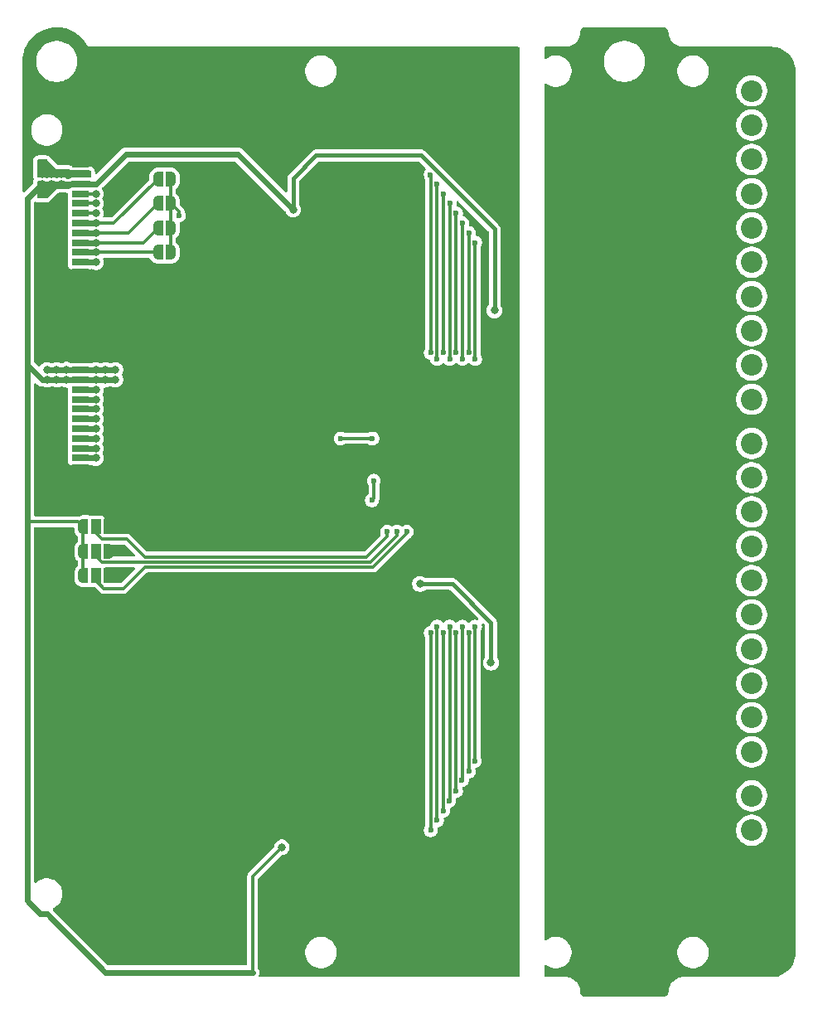
<source format=gbr>
%TF.GenerationSoftware,KiCad,Pcbnew,9.0.2*%
%TF.CreationDate,2025-06-20T11:17:31+03:00*%
%TF.ProjectId,PMCNV-DI16sink,504d434e-562d-4444-9931-3673696e6b2e,rev?*%
%TF.SameCoordinates,Original*%
%TF.FileFunction,Copper,L2,Bot*%
%TF.FilePolarity,Positive*%
%FSLAX46Y46*%
G04 Gerber Fmt 4.6, Leading zero omitted, Abs format (unit mm)*
G04 Created by KiCad (PCBNEW 9.0.2) date 2025-06-20 11:17:31*
%MOMM*%
%LPD*%
G01*
G04 APERTURE LIST*
G04 Aperture macros list*
%AMFreePoly0*
4,1,23,0.500000,-0.750000,0.000000,-0.750000,0.000000,-0.745722,-0.065263,-0.745722,-0.191342,-0.711940,-0.304381,-0.646677,-0.396677,-0.554381,-0.461940,-0.441342,-0.495722,-0.315263,-0.495722,-0.250000,-0.500000,-0.250000,-0.500000,0.250000,-0.495722,0.250000,-0.495722,0.315263,-0.461940,0.441342,-0.396677,0.554381,-0.304381,0.646677,-0.191342,0.711940,-0.065263,0.745722,0.000000,0.745722,
0.000000,0.750000,0.500000,0.750000,0.500000,-0.750000,0.500000,-0.750000,$1*%
%AMFreePoly1*
4,1,23,0.000000,0.745722,0.065263,0.745722,0.191342,0.711940,0.304381,0.646677,0.396677,0.554381,0.461940,0.441342,0.495722,0.315263,0.495722,0.250000,0.500000,0.250000,0.500000,-0.250000,0.495722,-0.250000,0.495722,-0.315263,0.461940,-0.441342,0.396677,-0.554381,0.304381,-0.646677,0.191342,-0.711940,0.065263,-0.745722,0.000000,-0.745722,0.000000,-0.750000,-0.500000,-0.750000,
-0.500000,0.750000,0.000000,0.750000,0.000000,0.745722,0.000000,0.745722,$1*%
%AMFreePoly2*
4,1,23,0.550000,-0.750000,0.000000,-0.750000,0.000000,-0.745722,-0.065263,-0.745722,-0.191342,-0.711940,-0.304381,-0.646677,-0.396677,-0.554381,-0.461940,-0.441342,-0.495722,-0.315263,-0.495722,-0.250000,-0.500000,-0.250000,-0.500000,0.250000,-0.495722,0.250000,-0.495722,0.315263,-0.461940,0.441342,-0.396677,0.554381,-0.304381,0.646677,-0.191342,0.711940,-0.065263,0.745722,0.000000,0.745722,
0.000000,0.750000,0.550000,0.750000,0.550000,-0.750000,0.550000,-0.750000,$1*%
%AMFreePoly3*
4,1,23,0.000000,0.745722,0.065263,0.745722,0.191342,0.711940,0.304381,0.646677,0.396677,0.554381,0.461940,0.441342,0.495722,0.315263,0.495722,0.250000,0.500000,0.250000,0.500000,-0.250000,0.495722,-0.250000,0.495722,-0.315263,0.461940,-0.441342,0.396677,-0.554381,0.304381,-0.646677,0.191342,-0.711940,0.065263,-0.745722,0.000000,-0.745722,0.000000,-0.750000,-0.550000,-0.750000,
-0.550000,0.750000,0.000000,0.750000,0.000000,0.745722,0.000000,0.745722,$1*%
G04 Aperture macros list end*
%TA.AperFunction,ComponentPad*%
%ADD10C,2.200000*%
%TD*%
%TA.AperFunction,ComponentPad*%
%ADD11O,6.350000X6.350000*%
%TD*%
%TA.AperFunction,SMDPad,CuDef*%
%ADD12R,1.803400X0.635000*%
%TD*%
%TA.AperFunction,SMDPad,CuDef*%
%ADD13R,2.997200X2.590800*%
%TD*%
%TA.AperFunction,SMDPad,CuDef*%
%ADD14FreePoly0,0.000000*%
%TD*%
%TA.AperFunction,SMDPad,CuDef*%
%ADD15FreePoly1,0.000000*%
%TD*%
%TA.AperFunction,SMDPad,CuDef*%
%ADD16FreePoly2,180.000000*%
%TD*%
%TA.AperFunction,SMDPad,CuDef*%
%ADD17R,1.000000X1.500000*%
%TD*%
%TA.AperFunction,SMDPad,CuDef*%
%ADD18FreePoly3,180.000000*%
%TD*%
%TA.AperFunction,ViaPad*%
%ADD19C,0.800000*%
%TD*%
%TA.AperFunction,ViaPad*%
%ADD20C,0.600000*%
%TD*%
%TA.AperFunction,Conductor*%
%ADD21C,0.300000*%
%TD*%
%TA.AperFunction,Conductor*%
%ADD22C,0.600000*%
%TD*%
%TA.AperFunction,Conductor*%
%ADD23C,0.400000*%
%TD*%
G04 APERTURE END LIST*
D10*
%TO.P,J6,1,Pin_1*%
%TO.N,/PE*%
X35000000Y-43000000D03*
%TO.P,J6,2,Pin_2*%
X35000000Y-39500000D03*
%TO.P,J6,3,Pin_3*%
X35000000Y-36000000D03*
%TO.P,J6,4,Pin_4*%
%TO.N,/GND_CNV*%
X35000000Y-32500000D03*
%TO.P,J6,5,Pin_5*%
X35000000Y-29000000D03*
%TD*%
%TO.P,J4,1,Pin_1*%
%TO.N,/b.7_in*%
X35000000Y-24500000D03*
%TO.P,J4,2,Pin_2*%
%TO.N,/b.6_in*%
X35000000Y-21000000D03*
%TO.P,J4,3,Pin_3*%
%TO.N,/b.5_in*%
X35000000Y-17500000D03*
%TO.P,J4,4,Pin_4*%
%TO.N,/b.4_in*%
X35000000Y-14000000D03*
%TO.P,J4,5,Pin_5*%
%TO.N,/b.3_in*%
X35000000Y-10500000D03*
%TO.P,J4,6,Pin_6*%
%TO.N,/b.2_in*%
X35000000Y-7000000D03*
%TO.P,J4,7,Pin_7*%
%TO.N,/b.1_in*%
X35000000Y-3500000D03*
%TO.P,J4,8,Pin_8*%
%TO.N,/b.0_in*%
X35000000Y0D03*
%TO.P,J4,9,Pin_9*%
%TO.N,/GND_CNV*%
X35000000Y3500000D03*
%TO.P,J4,10,Pin_10*%
X35000000Y7000000D03*
%TD*%
D11*
%TO.P,PE1,1*%
%TO.N,/PE*%
X22000000Y-46000000D03*
%TD*%
D10*
%TO.P,J3,1,Pin_1*%
%TO.N,/a.7_in*%
X35000000Y11500000D03*
%TO.P,J3,2,Pin_2*%
%TO.N,/a.6_in*%
X35000000Y15000000D03*
%TO.P,J3,3,Pin_3*%
%TO.N,/a.5_in*%
X35000000Y18500000D03*
%TO.P,J3,4,Pin_4*%
%TO.N,/a.4_in*%
X35000000Y22000000D03*
%TO.P,J3,5,Pin_5*%
%TO.N,/a.3_in*%
X35000000Y25500000D03*
%TO.P,J3,6,Pin_6*%
%TO.N,/a.2_in*%
X35000000Y29000000D03*
%TO.P,J3,7,Pin_7*%
%TO.N,/a.1_in*%
X35000000Y32500000D03*
%TO.P,J3,8,Pin_8*%
%TO.N,/a.0_in*%
X35000000Y36000000D03*
%TO.P,J3,9,Pin_9*%
%TO.N,/GND_CNV*%
X35000000Y39500000D03*
%TO.P,J3,10,Pin_10*%
X35000000Y43000000D03*
%TD*%
D12*
%TO.P,JM4,1,Pin_1*%
%TO.N,GND_MCU*%
X-33556000Y15499992D03*
%TO.P,JM4,2,Pin_2*%
%TO.N,+5V_MCU*%
X-33556000Y14499994D03*
%TO.P,JM4,3,Pin_3*%
%TO.N,+3.3V_MCU*%
X-33556000Y13499996D03*
%TO.P,JM4,4,Pin_4*%
%TO.N,Net-(JM3-Pin_9)*%
X-33556000Y12499998D03*
%TO.P,JM4,5,Pin_5*%
%TO.N,Net-(JM3-Pin_8)*%
X-33556000Y11500000D03*
%TO.P,JM4,6,Pin_6*%
%TO.N,Net-(JM3-Pin_7)*%
X-33556000Y10500000D03*
%TO.P,JM4,7,Pin_7*%
%TO.N,Net-(JM3-Pin_6)*%
X-33556000Y9500000D03*
%TO.P,JM4,8,Pin_8*%
%TO.N,Net-(JM3-Pin_5)*%
X-33556000Y8500000D03*
%TO.P,JM4,9,Pin_9*%
%TO.N,/MOSI_MCU*%
X-33556000Y7500002D03*
%TO.P,JM4,10,Pin_10*%
%TO.N,/SCK_MCU*%
X-33556000Y6500004D03*
%TO.P,JM4,11,Pin_11*%
%TO.N,Net-(JM3-Pin_2)*%
X-33556000Y5500006D03*
%TO.P,JM4,12,Pin_11*%
%TO.N,GND_MCU*%
X-33556000Y4500008D03*
D13*
%TO.P,JM4,13,Pin_11*%
X-31385999Y17850003D03*
X-31385999Y2149997D03*
%TD*%
D14*
%TO.P,JP2,1,A*%
%TO.N,/CS1_MCU*%
X-25650000Y31500000D03*
D15*
%TO.P,JP2,2,B*%
%TO.N,/CS_MCU*%
X-24350000Y31500000D03*
%TD*%
D14*
%TO.P,JP4,1,A*%
%TO.N,/CS3_MCU*%
X-25650000Y26500000D03*
D15*
%TO.P,JP4,2,B*%
%TO.N,/CS_MCU*%
X-24350000Y26500000D03*
%TD*%
D14*
%TO.P,JP3,1,A*%
%TO.N,/CS2_MCU*%
X-25650000Y29000000D03*
D15*
%TO.P,JP3,2,B*%
%TO.N,/CS_MCU*%
X-24350000Y29000000D03*
%TD*%
D12*
%TO.P,JM2,1,Pin_1*%
%TO.N,GND_MCU*%
X-33556000Y35499992D03*
%TO.P,JM2,2,Pin_2*%
%TO.N,+5V_MCU*%
X-33556000Y34499994D03*
%TO.P,JM2,3,Pin_3*%
%TO.N,+3.3V_MCU*%
X-33556000Y33499996D03*
%TO.P,JM2,4,Pin_4*%
%TO.N,/MOSI_MCU*%
X-33556000Y32499998D03*
%TO.P,JM2,5,Pin_5*%
%TO.N,/MISO_MCU*%
X-33556000Y31500000D03*
%TO.P,JM2,6,Pin_6*%
%TO.N,/SCK_MCU*%
X-33556000Y30500000D03*
%TO.P,JM2,7,Pin_7*%
%TO.N,/CS0_MCU*%
X-33556000Y29500000D03*
%TO.P,JM2,8,Pin_8*%
%TO.N,/CS1_MCU*%
X-33556000Y28500000D03*
%TO.P,JM2,9,Pin_9*%
%TO.N,/CS2_MCU*%
X-33556000Y27500002D03*
%TO.P,JM2,10,Pin_10*%
%TO.N,/CS3_MCU*%
X-33556000Y26500004D03*
%TO.P,JM2,11,Pin_11*%
%TO.N,Net-(JM1-Pin_2)*%
X-33556000Y25500006D03*
%TO.P,JM2,12,Pin_11*%
%TO.N,GND_MCU*%
X-33556000Y24500008D03*
D13*
%TO.P,JM2,13,Pin_11*%
X-31385999Y37850003D03*
X-31385999Y22149997D03*
%TD*%
D14*
%TO.P,JP1,1,A*%
%TO.N,/CS0_MCU*%
X-25650000Y34000000D03*
D15*
%TO.P,JP1,2,B*%
%TO.N,/CS_MCU*%
X-24350000Y34000000D03*
%TD*%
D16*
%TO.P,JP6,1,A*%
%TO.N,GND_MCU*%
X-30700000Y-4000000D03*
D17*
%TO.P,JP6,2,C*%
%TO.N,/A1*%
X-32000000Y-4000000D03*
D18*
%TO.P,JP6,3,B*%
%TO.N,+3.3V_MCU*%
X-33300000Y-4000000D03*
%TD*%
D16*
%TO.P,JP5,1,A*%
%TO.N,GND_MCU*%
X-30700000Y-1500000D03*
D17*
%TO.P,JP5,2,C*%
%TO.N,/A0*%
X-32000000Y-1500000D03*
D18*
%TO.P,JP5,3,B*%
%TO.N,+3.3V_MCU*%
X-33300000Y-1500000D03*
%TD*%
D16*
%TO.P,JP7,1,A*%
%TO.N,GND_MCU*%
X-30700000Y-6500000D03*
D17*
%TO.P,JP7,2,C*%
%TO.N,/A2*%
X-32000000Y-6500000D03*
D18*
%TO.P,JP7,3,B*%
%TO.N,+3.3V_MCU*%
X-33300000Y-6500000D03*
%TD*%
D19*
%TO.N,+3.3V_MCU*%
X-13000000Y-34249996D03*
D20*
%TO.N,GND_MCU*%
X-29600000Y-6400000D03*
X-29600000Y-4000000D03*
%TO.N,/A2*%
X-250000Y-2016377D03*
%TO.N,/A1*%
X-1250000Y-2000000D03*
%TO.N,/A0*%
X-2250000Y-2000000D03*
%TO.N,/CS_MCU*%
X-23500000Y30250000D03*
%TO.N,/MOSI_MCU*%
X-3750000Y7500000D03*
X-7000000Y7500000D03*
D19*
X-32000000Y32500000D03*
D20*
%TO.N,GND_MCU*%
X-34000000Y38500000D03*
X-31500000Y20000000D03*
X-31500000Y40000000D03*
X-30000000Y40000000D03*
X10950000Y20700000D03*
X-33000000Y20000000D03*
X-34000000Y37000000D03*
X500000Y6250000D03*
X-30000000Y20000000D03*
X10786526Y-14922499D03*
X-34000000Y21500000D03*
X-34000000Y23000000D03*
X-33000000Y40000000D03*
D19*
%TO.N,/SCK_MCU*%
X-32000000Y6500000D03*
X-32000000Y30500000D03*
%TO.N,/CS3_MCU*%
X-32000000Y26500000D03*
D20*
%TO.N,/a.1*%
X2850000Y33499996D03*
X2850000Y15600000D03*
%TO.N,/a.3*%
X4150000Y31500000D03*
X4150000Y15600000D03*
%TO.N,/a.6*%
X6100000Y28500000D03*
X6100000Y16250000D03*
%TO.N,/a.5*%
X5450000Y15600000D03*
X5450000Y29500000D03*
%TO.N,/a.2*%
X3500000Y16250000D03*
X3500000Y32500000D03*
%TO.N,/a.4*%
X4800000Y30500000D03*
X4800000Y16250000D03*
%TO.N,/a.7*%
X6750000Y15600000D03*
X6750000Y27500000D03*
%TO.N,/b.3*%
X4800000Y-28500000D03*
X4800000Y-12350000D03*
%TO.N,/b.6*%
X2850000Y-11700000D03*
X2850000Y-31500000D03*
%TO.N,/b.4*%
X4150000Y-11700000D03*
X4100000Y-29500000D03*
%TO.N,/b.2*%
X5400000Y-27375000D03*
X5450000Y-11700000D03*
%TO.N,/b.5*%
X3500000Y-12350000D03*
X3500000Y-30500000D03*
%TO.N,/b.7*%
X2200000Y-32500000D03*
X2200000Y-12350000D03*
%TO.N,/a.0*%
X2192525Y34442525D03*
X2200000Y16250000D03*
%TO.N,/b.1*%
X6100000Y-12350000D03*
X6100000Y-26500000D03*
%TO.N,/b.0*%
X6700000Y-25425000D03*
X6750000Y-11700000D03*
D19*
%TO.N,/MISO_MCU*%
X-32000000Y31500000D03*
D20*
X-3800000Y1200000D03*
X-3600000Y3200000D03*
D19*
%TO.N,/CS0_MCU*%
X-32000000Y29500000D03*
%TO.N,/CS1_MCU*%
X-32000000Y28500000D03*
%TO.N,/CS2_MCU*%
X-32000000Y27500000D03*
%TO.N,+3.3V_MCU*%
X-35000000Y13499996D03*
X-32000000Y13500000D03*
X-35500000Y33500000D03*
X1110000Y-7352600D03*
X-37500000Y33500000D03*
X8374000Y-15398800D03*
X-30000000Y13500000D03*
X-31000000Y13500000D03*
X-36000000Y13499996D03*
X8714355Y20572500D03*
X-36500000Y33500000D03*
X-37500000Y32500000D03*
X-37000000Y13499996D03*
X-11851500Y30883000D03*
%TO.N,/MOSI_MCU*%
X-32000000Y7500000D03*
%TO.N,+5V_MCU*%
X-36000000Y14499994D03*
X-36500000Y34500000D03*
X-35500000Y34500000D03*
X-37500000Y35500000D03*
X-30000000Y14500000D03*
X-37500000Y34500000D03*
X-31000000Y14500000D03*
X-37000000Y14499994D03*
X-32000000Y14500000D03*
X-35014540Y14516448D03*
%TO.N,Net-(JM3-Pin_8)*%
X-32000000Y11500000D03*
%TO.N,Net-(JM3-Pin_7)*%
X-32000000Y10500000D03*
%TO.N,Net-(JM3-Pin_6)*%
X-32000000Y9500000D03*
%TO.N,Net-(JM3-Pin_9)*%
X-32000000Y12500000D03*
%TO.N,Net-(JM3-Pin_5)*%
X-32000000Y8500000D03*
%TO.N,Net-(JM1-Pin_2)*%
X-32000000Y25500000D03*
%TO.N,Net-(JM3-Pin_2)*%
X-32000000Y5500000D03*
%TD*%
D21*
%TO.N,/A2*%
X-3686346Y-5607000D02*
X-250000Y-2170654D01*
%TO.N,/A1*%
X-3935346Y-5106000D02*
X-1250000Y-2420654D01*
X-1250000Y-2420654D02*
X-1250000Y-2000000D01*
%TO.N,/A0*%
X-4355000Y-4605000D02*
X-2250000Y-2500000D01*
X-2250000Y-2500000D02*
X-2250000Y-2000000D01*
%TO.N,+3.3V_MCU*%
X-16000000Y-37249996D02*
X-16000000Y-47000000D01*
X-13000000Y-34249996D02*
X-16000000Y-37249996D01*
D22*
X-39000000Y-1000000D02*
X-39000000Y-39688420D01*
X-39000000Y-39688420D02*
X-37688420Y-41000000D01*
X-37688420Y-41000000D02*
X-37000000Y-41000000D01*
X-37000000Y-41000000D02*
X-31000000Y-47000000D01*
X-31000000Y-47000000D02*
X-16000000Y-47000000D01*
D21*
%TO.N,/A2*%
X-250000Y-2016377D02*
X-250000Y-2170654D01*
X-31203462Y-7800000D02*
X-32000000Y-7003462D01*
X-3686346Y-5607000D02*
X-27007000Y-5607000D01*
X-32000000Y-7003462D02*
X-32000000Y-6500000D01*
X-27007000Y-5607000D02*
X-29200000Y-7800000D01*
X-29200000Y-7800000D02*
X-31203462Y-7800000D01*
%TO.N,/A0*%
X-4355000Y-4605000D02*
X-26995000Y-4605000D01*
X-26995000Y-4605000D02*
X-28800000Y-2800000D01*
X-28800000Y-2800000D02*
X-31400000Y-2800000D01*
X-31400000Y-2800000D02*
X-32000000Y-2200000D01*
X-32000000Y-2200000D02*
X-32000000Y-1500000D01*
%TO.N,/A1*%
X-3935346Y-5106000D02*
X-31397462Y-5106000D01*
X-31397462Y-5106000D02*
X-32000000Y-4503462D01*
X-32000000Y-4503462D02*
X-32000000Y-4000000D01*
%TO.N,+3.3V_MCU*%
X-33300000Y-1500000D02*
X-33300000Y-6500000D01*
D22*
X-39000000Y15000000D02*
X-39000000Y-1000000D01*
D21*
X-33300000Y-1500000D02*
X-33800000Y-1000000D01*
X-33800000Y-1000000D02*
X-39000000Y-1000000D01*
%TO.N,/CS_MCU*%
X-23500000Y30250000D02*
X-23500000Y30650000D01*
X-23500000Y30650000D02*
X-24350000Y31500000D01*
%TO.N,/MOSI_MCU*%
X-3750000Y7500000D02*
X-7000000Y7500000D01*
X-32000002Y32499998D02*
X-32000000Y32500000D01*
X-33556000Y32499998D02*
X-32000002Y32499998D01*
X-33556002Y32500000D02*
X-33556000Y32499998D01*
%TO.N,/CS_MCU*%
X-24350000Y34000000D02*
X-24350000Y26500000D01*
%TO.N,/SCK_MCU*%
X-33556000Y30500000D02*
X-32000000Y30500000D01*
D22*
X-33556000Y6500004D02*
X-32000004Y6500004D01*
X-32000004Y6500004D02*
X-32000000Y6500000D01*
%TO.N,/CS3_MCU*%
X-32000000Y26500000D02*
X-33555996Y26500000D01*
D21*
X-33555996Y26500000D02*
X-33556000Y26500004D01*
X-25650000Y26500000D02*
X-33555996Y26500000D01*
%TO.N,/a.1*%
X2850000Y15600000D02*
X2850000Y33499996D01*
%TO.N,/a.3*%
X4150000Y15600000D02*
X4150000Y31500000D01*
%TO.N,/a.6*%
X6100000Y16250000D02*
X6100000Y28500000D01*
%TO.N,/a.5*%
X5450000Y15600000D02*
X5450000Y29500000D01*
%TO.N,/a.2*%
X3500000Y16250000D02*
X3500000Y32500000D01*
%TO.N,/a.4*%
X4800000Y16250000D02*
X4800000Y30500000D01*
%TO.N,/a.7*%
X6750000Y15600000D02*
X6750000Y27500000D01*
%TO.N,/b.3*%
X4800000Y-12350000D02*
X4800000Y-28500000D01*
%TO.N,/b.6*%
X2850000Y-11700000D02*
X2850000Y-31500000D01*
%TO.N,/b.4*%
X4100000Y-29500000D02*
X4150000Y-29450000D01*
X4150000Y-29450000D02*
X4150000Y-11700000D01*
%TO.N,/b.2*%
X5450000Y-27325000D02*
X5400000Y-27375000D01*
X5450000Y-11700000D02*
X5450000Y-27325000D01*
%TO.N,/b.5*%
X3500000Y-12350000D02*
X3500000Y-30500000D01*
%TO.N,/b.7*%
X2200000Y-12350000D02*
X2200000Y-32500000D01*
%TO.N,/a.0*%
X2200000Y34435050D02*
X2192525Y34442525D01*
X2200000Y16250000D02*
X2200000Y34435050D01*
%TO.N,/b.1*%
X6100000Y-12350000D02*
X6100000Y-26500000D01*
%TO.N,/b.0*%
X6750000Y-11700000D02*
X6750000Y-25375000D01*
X6750000Y-25375000D02*
X6700000Y-25425000D01*
%TO.N,/MISO_MCU*%
X-3600000Y3200000D02*
X-3600000Y1400000D01*
X-3600000Y1400000D02*
X-3800000Y1200000D01*
X-32000000Y31500000D02*
X-33556000Y31500000D01*
%TO.N,/CS0_MCU*%
X-33556000Y29500000D02*
X-30150000Y29500000D01*
D22*
X-32000000Y29500000D02*
X-33556000Y29500000D01*
D21*
X-30150000Y29500000D02*
X-25650000Y34000000D01*
%TO.N,/CS1_MCU*%
X-28650000Y28500000D02*
X-25650000Y31500000D01*
D22*
X-32000000Y28500000D02*
X-33556000Y28500000D01*
D21*
X-33556000Y28500000D02*
X-28650000Y28500000D01*
D22*
%TO.N,/CS2_MCU*%
X-32000000Y27500000D02*
X-33555998Y27500000D01*
D21*
X-27149998Y27500002D02*
X-25650000Y29000000D01*
D22*
X-33555998Y27500000D02*
X-33556000Y27500002D01*
D21*
X-33556000Y27500002D02*
X-27149998Y27500002D01*
D23*
%TO.N,+3.3V_MCU*%
X8714355Y20572500D02*
X8730000Y20588145D01*
D22*
X-28942002Y36500000D02*
X-17468500Y36500000D01*
D23*
X4425500Y-7352600D02*
X8374000Y-11301100D01*
D22*
X-36000000Y13499996D02*
X-35000000Y13499996D01*
X-31000000Y13500000D02*
X-32000000Y13500000D01*
X-17468500Y36500000D02*
X-11851500Y30883000D01*
X-37500000Y33500000D02*
X-39000000Y32000000D01*
X-32000004Y13499996D02*
X-32000000Y13500000D01*
D23*
X-11851500Y34048500D02*
X-11851500Y30883000D01*
D22*
X-31942006Y33499996D02*
X-28942002Y36500000D01*
X-39000000Y15000000D02*
X-37499996Y13499996D01*
X-30000000Y13500000D02*
X-31000000Y13500000D01*
X-33556000Y33499996D02*
X-31942006Y33499996D01*
D23*
X1225000Y36400000D02*
X-9500000Y36400000D01*
X8374000Y-11301100D02*
X8374000Y-15398800D01*
D22*
X-33556000Y13499996D02*
X-32000004Y13499996D01*
X-33556004Y33500000D02*
X-33556000Y33499996D01*
X-37499996Y13499996D02*
X-37000000Y13499996D01*
D23*
X-9500000Y36400000D02*
X-11851500Y34048500D01*
D22*
X-37000000Y13499996D02*
X-36000000Y13499996D01*
X-35000000Y13499996D02*
X-33556000Y13499996D01*
X-39000000Y32000000D02*
X-39000000Y15000000D01*
D23*
X8730000Y20588145D02*
X8730000Y28895000D01*
X1110000Y-7352600D02*
X4425500Y-7352600D01*
X8730000Y28895000D02*
X1225000Y36400000D01*
D22*
%TO.N,/MOSI_MCU*%
X-32000002Y7500002D02*
X-32000000Y7500000D01*
X-33556000Y7500002D02*
X-32000002Y7500002D01*
%TO.N,+5V_MCU*%
X-37000000Y14499994D02*
X-33556000Y14499994D01*
X-33556000Y14499994D02*
X-32000006Y14499994D01*
X-33556006Y34500000D02*
X-33556000Y34499994D01*
X-30000000Y14500000D02*
X-31000000Y14500000D01*
X-31000000Y14500000D02*
X-32000000Y14500000D01*
X-32000006Y14499994D02*
X-32000000Y14500000D01*
%TO.N,Net-(JM3-Pin_8)*%
X-33556000Y11500000D02*
X-32000000Y11500000D01*
%TO.N,Net-(JM3-Pin_7)*%
X-33556000Y10500000D02*
X-32000000Y10500000D01*
%TO.N,Net-(JM3-Pin_6)*%
X-33556000Y9500000D02*
X-32000000Y9500000D01*
%TO.N,Net-(JM3-Pin_9)*%
X-33556000Y12499998D02*
X-32000002Y12499998D01*
X-32000002Y12499998D02*
X-32000000Y12500000D01*
%TO.N,Net-(JM3-Pin_5)*%
X-33556000Y8500000D02*
X-32000000Y8500000D01*
%TO.N,Net-(JM1-Pin_2)*%
X-32000006Y25500006D02*
X-32000000Y25500000D01*
X-33556000Y25500006D02*
X-32000006Y25500006D01*
X-33556006Y25500000D02*
X-33556000Y25500006D01*
%TO.N,Net-(JM3-Pin_2)*%
X-32000006Y5500006D02*
X-32000000Y5500000D01*
X-33556000Y5500006D02*
X-32000006Y5500006D01*
%TD*%
%TA.AperFunction,Conductor*%
%TO.N,+5V_MCU*%
G36*
X-36984323Y35980315D02*
G01*
X-36963681Y35963681D01*
X-36000000Y35000000D01*
X-34751541Y35000000D01*
X-34684502Y34980315D01*
X-34663860Y34963681D01*
X-34630465Y34930286D01*
X-34527691Y34884907D01*
X-34502565Y34881992D01*
X-32624000Y34881993D01*
X-32556961Y34862308D01*
X-32511206Y34809505D01*
X-32500000Y34757993D01*
X-32500000Y34241996D01*
X-32519685Y34174957D01*
X-32572489Y34129202D01*
X-32624000Y34117996D01*
X-34502557Y34117996D01*
X-34502583Y34117994D01*
X-34527688Y34115083D01*
X-34527692Y34115081D01*
X-34630465Y34069703D01*
X-34630466Y34069702D01*
X-34663848Y34036319D01*
X-34690776Y34021616D01*
X-34716594Y34005023D01*
X-34722795Y34004132D01*
X-34725171Y34002834D01*
X-34751529Y34000000D01*
X-34957981Y34000000D01*
X-35025020Y34019685D01*
X-35045662Y34036319D01*
X-35053455Y34044112D01*
X-35053459Y34044115D01*
X-35168183Y34120772D01*
X-35168196Y34120779D01*
X-35295668Y34173579D01*
X-35295678Y34173582D01*
X-35431005Y34200500D01*
X-35431007Y34200500D01*
X-35568993Y34200500D01*
X-35568995Y34200500D01*
X-35704323Y34173582D01*
X-35704333Y34173579D01*
X-35831805Y34120779D01*
X-35831818Y34120772D01*
X-35931109Y34054427D01*
X-35997787Y34033549D01*
X-36065167Y34052034D01*
X-36068891Y34054427D01*
X-36168183Y34120772D01*
X-36168196Y34120779D01*
X-36295668Y34173579D01*
X-36295678Y34173582D01*
X-36431005Y34200500D01*
X-36431007Y34200500D01*
X-36568993Y34200500D01*
X-36568995Y34200500D01*
X-36704323Y34173582D01*
X-36704333Y34173579D01*
X-36831805Y34120779D01*
X-36831818Y34120772D01*
X-36931109Y34054427D01*
X-36997787Y34033549D01*
X-37065167Y34052034D01*
X-37068891Y34054427D01*
X-37168183Y34120772D01*
X-37168196Y34120779D01*
X-37295668Y34173579D01*
X-37295678Y34173582D01*
X-37431005Y34200500D01*
X-37431007Y34200500D01*
X-37568993Y34200500D01*
X-37568995Y34200500D01*
X-37704323Y34173582D01*
X-37704333Y34173579D01*
X-37828548Y34122128D01*
X-37898018Y34114659D01*
X-37960497Y34145935D01*
X-37996149Y34206024D01*
X-38000000Y34236689D01*
X-38000000Y35876000D01*
X-37980315Y35943039D01*
X-37927511Y35988794D01*
X-37876000Y36000000D01*
X-37051362Y36000000D01*
X-36984323Y35980315D01*
G37*
%TD.AperFunction*%
%TD*%
%TA.AperFunction,Conductor*%
%TO.N,GND_MCU*%
G36*
X-35672900Y49483902D02*
G01*
X-35661155Y49482779D01*
X-35342866Y49436967D01*
X-35331288Y49434733D01*
X-35018801Y49358842D01*
X-35007498Y49355520D01*
X-34703637Y49250233D01*
X-34692689Y49245845D01*
X-34448813Y49134336D01*
X-34400247Y49112130D01*
X-34389751Y49106712D01*
X-34354412Y49086283D01*
X-34111353Y48945774D01*
X-34101447Y48939399D01*
X-33839629Y48752701D01*
X-33830357Y48745399D01*
X-33783978Y48705150D01*
X-33587496Y48534638D01*
X-33578953Y48526479D01*
X-33357257Y48293572D01*
X-33349536Y48284646D01*
X-33150989Y48031676D01*
X-33144158Y48022061D01*
X-32968997Y47748870D01*
X-32965926Y47743820D01*
X-32934527Y47689294D01*
X-32934525Y47689292D01*
X-32841447Y47596007D01*
X-32841441Y47596003D01*
X-32727391Y47529987D01*
X-32727388Y47529986D01*
X-32600132Y47495737D01*
X-32468348Y47495591D01*
X-32468338Y47495594D01*
X-32460292Y47496643D01*
X-32460275Y47496507D01*
X-32437440Y47499500D01*
X11146000Y47499500D01*
X11213039Y47479815D01*
X11258794Y47427011D01*
X11270000Y47375500D01*
X11270000Y-47375500D01*
X11250315Y-47442539D01*
X11197511Y-47488294D01*
X11146000Y-47499500D01*
X-15263105Y-47499500D01*
X-15330144Y-47479815D01*
X-15375899Y-47427011D01*
X-15385843Y-47357853D01*
X-15377666Y-47328047D01*
X-15361003Y-47287819D01*
X-15326420Y-47204328D01*
X-15301969Y-47081405D01*
X-15299500Y-47068995D01*
X-15299500Y-46931004D01*
X-15326419Y-46795677D01*
X-15326420Y-46795676D01*
X-15326420Y-46795672D01*
X-15352024Y-46733858D01*
X-15379222Y-46668195D01*
X-15379229Y-46668182D01*
X-15428602Y-46594290D01*
X-15449480Y-46527612D01*
X-15449500Y-46525399D01*
X-15449500Y-44874038D01*
X-10600500Y-44874038D01*
X-10600500Y-45125961D01*
X-10561090Y-45374785D01*
X-10483240Y-45614383D01*
X-10368868Y-45838848D01*
X-10220799Y-46042649D01*
X-10220795Y-46042654D01*
X-10042655Y-46220794D01*
X-10042650Y-46220798D01*
X-9984314Y-46263181D01*
X-9838845Y-46368870D01*
X-9695816Y-46441747D01*
X-9614384Y-46483239D01*
X-9614382Y-46483239D01*
X-9614379Y-46483241D01*
X-9374785Y-46561090D01*
X-9125962Y-46600500D01*
X-9125961Y-46600500D01*
X-8874039Y-46600500D01*
X-8874038Y-46600500D01*
X-8625215Y-46561090D01*
X-8385621Y-46483241D01*
X-8161155Y-46368870D01*
X-7957344Y-46220793D01*
X-7779207Y-46042656D01*
X-7631130Y-45838845D01*
X-7516759Y-45614379D01*
X-7438910Y-45374785D01*
X-7399500Y-45125962D01*
X-7399500Y-44874038D01*
X-7438910Y-44625215D01*
X-7516759Y-44385621D01*
X-7516761Y-44385618D01*
X-7516761Y-44385616D01*
X-7585987Y-44249754D01*
X-7631130Y-44161155D01*
X-7666789Y-44112075D01*
X-7779202Y-43957350D01*
X-7779206Y-43957345D01*
X-7957346Y-43779205D01*
X-7957351Y-43779201D01*
X-8161152Y-43631132D01*
X-8161153Y-43631131D01*
X-8161155Y-43631130D01*
X-8231253Y-43595413D01*
X-8385617Y-43516760D01*
X-8625215Y-43438910D01*
X-8874038Y-43399500D01*
X-9125962Y-43399500D01*
X-9250374Y-43419205D01*
X-9374786Y-43438910D01*
X-9614384Y-43516760D01*
X-9838849Y-43631132D01*
X-10042650Y-43779201D01*
X-10042655Y-43779205D01*
X-10220795Y-43957345D01*
X-10220799Y-43957350D01*
X-10368868Y-44161151D01*
X-10483240Y-44385616D01*
X-10561090Y-44625214D01*
X-10600500Y-44874038D01*
X-15449500Y-44874038D01*
X-15449500Y-37529382D01*
X-15429815Y-37462343D01*
X-15413181Y-37441701D01*
X-13058295Y-35086815D01*
X-12996972Y-35053330D01*
X-12970614Y-35050496D01*
X-12921156Y-35050496D01*
X-12921155Y-35050495D01*
X-12766503Y-35019733D01*
X-12620821Y-34959390D01*
X-12489711Y-34871785D01*
X-12378211Y-34760285D01*
X-12290606Y-34629175D01*
X-12230263Y-34483493D01*
X-12199500Y-34328838D01*
X-12199500Y-34171154D01*
X-12199500Y-34171151D01*
X-12199501Y-34171149D01*
X-12230262Y-34016506D01*
X-12230263Y-34016499D01*
X-12230265Y-34016494D01*
X-12290603Y-33870823D01*
X-12290610Y-33870810D01*
X-12378211Y-33739707D01*
X-12378214Y-33739703D01*
X-12489708Y-33628209D01*
X-12489712Y-33628206D01*
X-12620815Y-33540605D01*
X-12620828Y-33540598D01*
X-12766499Y-33480260D01*
X-12766511Y-33480257D01*
X-12921155Y-33449496D01*
X-12921158Y-33449496D01*
X-13078842Y-33449496D01*
X-13078845Y-33449496D01*
X-13233490Y-33480257D01*
X-13233502Y-33480260D01*
X-13379173Y-33540598D01*
X-13379186Y-33540605D01*
X-13510289Y-33628206D01*
X-13510293Y-33628209D01*
X-13621787Y-33739703D01*
X-13621790Y-33739707D01*
X-13709391Y-33870810D01*
X-13709398Y-33870823D01*
X-13769736Y-34016494D01*
X-13769739Y-34016506D01*
X-13800500Y-34171149D01*
X-13800500Y-34220609D01*
X-13820185Y-34287648D01*
X-13836819Y-34308290D01*
X-16440509Y-36911979D01*
X-16440511Y-36911982D01*
X-16512984Y-37037510D01*
X-16512984Y-37037511D01*
X-16550500Y-37177521D01*
X-16550500Y-37177523D01*
X-16550500Y-46175500D01*
X-16570185Y-46242539D01*
X-16622989Y-46288294D01*
X-16674500Y-46299500D01*
X-30658482Y-46299500D01*
X-30725521Y-46279815D01*
X-30746163Y-46263181D01*
X-36358001Y-40651342D01*
X-36391486Y-40590019D01*
X-36386502Y-40520327D01*
X-36344630Y-40464394D01*
X-36326615Y-40453176D01*
X-36324179Y-40451934D01*
X-36161155Y-40368870D01*
X-35957344Y-40220793D01*
X-35779207Y-40042656D01*
X-35631130Y-39838845D01*
X-35516759Y-39614379D01*
X-35438910Y-39374785D01*
X-35399500Y-39125962D01*
X-35399500Y-38874038D01*
X-35438910Y-38625215D01*
X-35516759Y-38385621D01*
X-35516761Y-38385618D01*
X-35516761Y-38385616D01*
X-35558253Y-38304184D01*
X-35631130Y-38161155D01*
X-35700500Y-38065675D01*
X-35779202Y-37957350D01*
X-35779206Y-37957345D01*
X-35957346Y-37779205D01*
X-35957351Y-37779201D01*
X-36161152Y-37631132D01*
X-36161153Y-37631131D01*
X-36161155Y-37631130D01*
X-36231253Y-37595413D01*
X-36385617Y-37516760D01*
X-36625215Y-37438910D01*
X-36874038Y-37399500D01*
X-37125962Y-37399500D01*
X-37250374Y-37419205D01*
X-37374786Y-37438910D01*
X-37614384Y-37516760D01*
X-37838849Y-37631132D01*
X-38042650Y-37779201D01*
X-38042655Y-37779205D01*
X-38087819Y-37824370D01*
X-38149142Y-37857855D01*
X-38218834Y-37852871D01*
X-38274767Y-37810999D01*
X-38299184Y-37745535D01*
X-38299500Y-37736689D01*
X-38299500Y-1674500D01*
X-38279815Y-1607461D01*
X-38227011Y-1561706D01*
X-38175500Y-1550500D01*
X-34329500Y-1550500D01*
X-34262461Y-1570185D01*
X-34216706Y-1622989D01*
X-34205500Y-1674500D01*
X-34205500Y-1815826D01*
X-34191683Y-1920771D01*
X-34191682Y-1920778D01*
X-34157606Y-2047949D01*
X-34117103Y-2145734D01*
X-34117095Y-2145750D01*
X-34051273Y-2259756D01*
X-33986833Y-2343737D01*
X-33986827Y-2343744D01*
X-33893750Y-2436821D01*
X-33892751Y-2437697D01*
X-33892538Y-2438033D01*
X-33890869Y-2439702D01*
X-33891243Y-2440075D01*
X-33855321Y-2496695D01*
X-33850500Y-2530934D01*
X-33850500Y-2969066D01*
X-33870185Y-3036105D01*
X-33890952Y-3060217D01*
X-33890869Y-3060300D01*
X-33891981Y-3061411D01*
X-33892738Y-3062291D01*
X-33893731Y-3063161D01*
X-33986834Y-3156263D01*
X-34051273Y-3240243D01*
X-34117095Y-3354249D01*
X-34117103Y-3354265D01*
X-34157606Y-3452050D01*
X-34157607Y-3452054D01*
X-34191682Y-3579221D01*
X-34205500Y-3684174D01*
X-34205500Y-4315826D01*
X-34191682Y-4420779D01*
X-34157607Y-4547946D01*
X-34157606Y-4547949D01*
X-34117103Y-4645734D01*
X-34117095Y-4645750D01*
X-34051273Y-4759756D01*
X-33986833Y-4843737D01*
X-33986827Y-4843744D01*
X-33893750Y-4936821D01*
X-33892751Y-4937697D01*
X-33892538Y-4938033D01*
X-33890869Y-4939702D01*
X-33891243Y-4940075D01*
X-33855321Y-4996695D01*
X-33850500Y-5030934D01*
X-33850500Y-5469066D01*
X-33870185Y-5536105D01*
X-33890952Y-5560217D01*
X-33890869Y-5560300D01*
X-33891981Y-5561411D01*
X-33892738Y-5562291D01*
X-33893731Y-5563161D01*
X-33986834Y-5656263D01*
X-34051273Y-5740243D01*
X-34117095Y-5854249D01*
X-34117103Y-5854265D01*
X-34157606Y-5952050D01*
X-34157607Y-5952054D01*
X-34191682Y-6079221D01*
X-34205500Y-6184174D01*
X-34205500Y-6815826D01*
X-34191682Y-6920779D01*
X-34174772Y-6983886D01*
X-34157606Y-7047949D01*
X-34117103Y-7145734D01*
X-34117095Y-7145750D01*
X-34051273Y-7259756D01*
X-33986833Y-7343737D01*
X-33986827Y-7343744D01*
X-33893745Y-7436826D01*
X-33893738Y-7436832D01*
X-33809757Y-7501272D01*
X-33695751Y-7567094D01*
X-33695735Y-7567102D01*
X-33649895Y-7586089D01*
X-33597946Y-7607607D01*
X-33470779Y-7641682D01*
X-33378946Y-7653772D01*
X-33365827Y-7655500D01*
X-33365826Y-7655500D01*
X-32750002Y-7655500D01*
X-32750000Y-7655500D01*
X-32644372Y-7638769D01*
X-32605582Y-7638769D01*
X-32531519Y-7650500D01*
X-32182850Y-7650499D01*
X-32115811Y-7670183D01*
X-32095169Y-7686818D01*
X-31541477Y-8240510D01*
X-31415947Y-8312984D01*
X-31275937Y-8350500D01*
X-31275936Y-8350500D01*
X-31275934Y-8350500D01*
X-29127528Y-8350500D01*
X-29127526Y-8350500D01*
X-29127525Y-8350500D01*
X-28987515Y-8312984D01*
X-28861985Y-8240510D01*
X-27895228Y-7273753D01*
X309500Y-7273753D01*
X309500Y-7431446D01*
X340261Y-7586089D01*
X340264Y-7586101D01*
X400602Y-7731772D01*
X400609Y-7731785D01*
X488210Y-7862888D01*
X488213Y-7862892D01*
X599707Y-7974386D01*
X599711Y-7974389D01*
X730814Y-8061990D01*
X730827Y-8061997D01*
X876498Y-8122335D01*
X876503Y-8122337D01*
X1031153Y-8153099D01*
X1031156Y-8153100D01*
X1031158Y-8153100D01*
X1188844Y-8153100D01*
X1188845Y-8153099D01*
X1343497Y-8122337D01*
X1489179Y-8061994D01*
X1489185Y-8061990D01*
X1620875Y-7973998D01*
X1687553Y-7953120D01*
X1689766Y-7953100D01*
X4125403Y-7953100D01*
X4192442Y-7972785D01*
X4213084Y-7989419D01*
X7034476Y-10810811D01*
X7067961Y-10872134D01*
X7062977Y-10941826D01*
X7021105Y-10997759D01*
X6955641Y-11022176D01*
X6922604Y-11020109D01*
X6818996Y-10999500D01*
X6818993Y-10999500D01*
X6681007Y-10999500D01*
X6681005Y-10999500D01*
X6545677Y-11026418D01*
X6545667Y-11026421D01*
X6418195Y-11079221D01*
X6418182Y-11079228D01*
X6303460Y-11155884D01*
X6303456Y-11155887D01*
X6205888Y-11253454D01*
X6205885Y-11253458D01*
X6203102Y-11257624D01*
X6149490Y-11302429D01*
X6080165Y-11311136D01*
X6017137Y-11280981D01*
X5996898Y-11257624D01*
X5994114Y-11253458D01*
X5994111Y-11253454D01*
X5896544Y-11155887D01*
X5896540Y-11155884D01*
X5781817Y-11079228D01*
X5781804Y-11079221D01*
X5654332Y-11026421D01*
X5654322Y-11026418D01*
X5518995Y-10999500D01*
X5518993Y-10999500D01*
X5381007Y-10999500D01*
X5381005Y-10999500D01*
X5245677Y-11026418D01*
X5245667Y-11026421D01*
X5118195Y-11079221D01*
X5118182Y-11079228D01*
X5003460Y-11155884D01*
X5003456Y-11155887D01*
X4905888Y-11253454D01*
X4905885Y-11253458D01*
X4903102Y-11257624D01*
X4849490Y-11302429D01*
X4780165Y-11311136D01*
X4717137Y-11280981D01*
X4696898Y-11257624D01*
X4694114Y-11253458D01*
X4694111Y-11253454D01*
X4596544Y-11155887D01*
X4596540Y-11155884D01*
X4481817Y-11079228D01*
X4481804Y-11079221D01*
X4354332Y-11026421D01*
X4354322Y-11026418D01*
X4218995Y-10999500D01*
X4218993Y-10999500D01*
X4081007Y-10999500D01*
X4081005Y-10999500D01*
X3945677Y-11026418D01*
X3945667Y-11026421D01*
X3818195Y-11079221D01*
X3818182Y-11079228D01*
X3703460Y-11155884D01*
X3703456Y-11155887D01*
X3605888Y-11253454D01*
X3605885Y-11253458D01*
X3603102Y-11257624D01*
X3549490Y-11302429D01*
X3480165Y-11311136D01*
X3417137Y-11280981D01*
X3396898Y-11257624D01*
X3394114Y-11253458D01*
X3394111Y-11253454D01*
X3296544Y-11155887D01*
X3296540Y-11155884D01*
X3181817Y-11079228D01*
X3181804Y-11079221D01*
X3054332Y-11026421D01*
X3054322Y-11026418D01*
X2918995Y-10999500D01*
X2918993Y-10999500D01*
X2781007Y-10999500D01*
X2781005Y-10999500D01*
X2645677Y-11026418D01*
X2645667Y-11026421D01*
X2518195Y-11079221D01*
X2518182Y-11079228D01*
X2403460Y-11155884D01*
X2403456Y-11155887D01*
X2305888Y-11253454D01*
X2305885Y-11253458D01*
X2229228Y-11368182D01*
X2229221Y-11368195D01*
X2176421Y-11495667D01*
X2176418Y-11495677D01*
X2162595Y-11565170D01*
X2130210Y-11627081D01*
X2069494Y-11661655D01*
X2065170Y-11662595D01*
X1995677Y-11676418D01*
X1995667Y-11676421D01*
X1868195Y-11729221D01*
X1868182Y-11729228D01*
X1753458Y-11805885D01*
X1753454Y-11805888D01*
X1655888Y-11903454D01*
X1655885Y-11903458D01*
X1579228Y-12018182D01*
X1579221Y-12018195D01*
X1526421Y-12145667D01*
X1526418Y-12145677D01*
X1499500Y-12281004D01*
X1499500Y-12281007D01*
X1499500Y-12418993D01*
X1499500Y-12418995D01*
X1499499Y-12418995D01*
X1526418Y-12554322D01*
X1526421Y-12554332D01*
X1579222Y-12681806D01*
X1579223Y-12681807D01*
X1579225Y-12681811D01*
X1628602Y-12755708D01*
X1649480Y-12822385D01*
X1649500Y-12824599D01*
X1649500Y-32025399D01*
X1629815Y-32092438D01*
X1628602Y-32094290D01*
X1579228Y-32168182D01*
X1579221Y-32168195D01*
X1526421Y-32295667D01*
X1526418Y-32295677D01*
X1499500Y-32431004D01*
X1499500Y-32431007D01*
X1499500Y-32568993D01*
X1499500Y-32568995D01*
X1499499Y-32568995D01*
X1526418Y-32704322D01*
X1526421Y-32704332D01*
X1579221Y-32831804D01*
X1579228Y-32831817D01*
X1655885Y-32946541D01*
X1655888Y-32946545D01*
X1753454Y-33044111D01*
X1753458Y-33044114D01*
X1868182Y-33120771D01*
X1868195Y-33120778D01*
X1995667Y-33173578D01*
X1995672Y-33173580D01*
X1995676Y-33173580D01*
X1995677Y-33173581D01*
X2131004Y-33200500D01*
X2131007Y-33200500D01*
X2268995Y-33200500D01*
X2360041Y-33182389D01*
X2404328Y-33173580D01*
X2531811Y-33120775D01*
X2646542Y-33044114D01*
X2744114Y-32946542D01*
X2820775Y-32831811D01*
X2873580Y-32704328D01*
X2900500Y-32568993D01*
X2900500Y-32431007D01*
X2900500Y-32431004D01*
X2881289Y-32334429D01*
X2887516Y-32264838D01*
X2930378Y-32209660D01*
X2978710Y-32188621D01*
X3054328Y-32173580D01*
X3181811Y-32120775D01*
X3296542Y-32044114D01*
X3394114Y-31946542D01*
X3470775Y-31831811D01*
X3523580Y-31704328D01*
X3550500Y-31568993D01*
X3550500Y-31431007D01*
X3550500Y-31431004D01*
X3531289Y-31334429D01*
X3537516Y-31264838D01*
X3580378Y-31209660D01*
X3628710Y-31188621D01*
X3704328Y-31173580D01*
X3831811Y-31120775D01*
X3946542Y-31044114D01*
X4044114Y-30946542D01*
X4120775Y-30831811D01*
X4173580Y-30704328D01*
X4200500Y-30568993D01*
X4200500Y-30431007D01*
X4200500Y-30431004D01*
X4179386Y-30324862D01*
X4185613Y-30255271D01*
X4228475Y-30200093D01*
X4276811Y-30179053D01*
X4304328Y-30173580D01*
X4431811Y-30120775D01*
X4546542Y-30044114D01*
X4644114Y-29946542D01*
X4720775Y-29831811D01*
X4773580Y-29704328D01*
X4800500Y-29568993D01*
X4800500Y-29431007D01*
X4783192Y-29343995D01*
X4789419Y-29274406D01*
X4832281Y-29219228D01*
X4880618Y-29198188D01*
X4928466Y-29188669D01*
X5004328Y-29173580D01*
X5131811Y-29120775D01*
X5246542Y-29044114D01*
X5344114Y-28946542D01*
X5420775Y-28831811D01*
X5473580Y-28704328D01*
X5500500Y-28568993D01*
X5500500Y-28431007D01*
X5500500Y-28431004D01*
X5473581Y-28295677D01*
X5473580Y-28295676D01*
X5473580Y-28295672D01*
X5446795Y-28231009D01*
X5439327Y-28161540D01*
X5470602Y-28099061D01*
X5530691Y-28063409D01*
X5537166Y-28061940D01*
X5569555Y-28055496D01*
X5604328Y-28048580D01*
X5731811Y-27995775D01*
X5846542Y-27919114D01*
X5944114Y-27821542D01*
X6020775Y-27706811D01*
X6073580Y-27579328D01*
X6100500Y-27443993D01*
X6100500Y-27315888D01*
X6120185Y-27248849D01*
X6172989Y-27203094D01*
X6200309Y-27194271D01*
X6225071Y-27189345D01*
X6304328Y-27173580D01*
X6431811Y-27120775D01*
X6546542Y-27044114D01*
X6644114Y-26946542D01*
X6720775Y-26831811D01*
X6773580Y-26704328D01*
X6800500Y-26568993D01*
X6800500Y-26431007D01*
X6800500Y-26431004D01*
X6773581Y-26295677D01*
X6773580Y-26295676D01*
X6773580Y-26295672D01*
X6765928Y-26277200D01*
X6758461Y-26207732D01*
X6789737Y-26145253D01*
X6849826Y-26109601D01*
X6856264Y-26108140D01*
X6904328Y-26098580D01*
X7031811Y-26045775D01*
X7146542Y-25969114D01*
X7244114Y-25871542D01*
X7320775Y-25756811D01*
X7373580Y-25629328D01*
X7400500Y-25493993D01*
X7400500Y-25356007D01*
X7400500Y-25356004D01*
X7373581Y-25220677D01*
X7373580Y-25220676D01*
X7373580Y-25220672D01*
X7373578Y-25220667D01*
X7320776Y-25093190D01*
X7317905Y-25087819D01*
X7319205Y-25087123D01*
X7300520Y-25027438D01*
X7300500Y-25025230D01*
X7300500Y-12174599D01*
X7320185Y-12107560D01*
X7321398Y-12105708D01*
X7370775Y-12031811D01*
X7423580Y-11904328D01*
X7443161Y-11805888D01*
X7450500Y-11768995D01*
X7450500Y-11631004D01*
X7429890Y-11527396D01*
X7436117Y-11457805D01*
X7478979Y-11402627D01*
X7544869Y-11379382D01*
X7612866Y-11395449D01*
X7639188Y-11415523D01*
X7737181Y-11513516D01*
X7770666Y-11574839D01*
X7773500Y-11601197D01*
X7773500Y-14819034D01*
X7753815Y-14886073D01*
X7752602Y-14887925D01*
X7664609Y-15019614D01*
X7664602Y-15019627D01*
X7604264Y-15165298D01*
X7604261Y-15165310D01*
X7573500Y-15319953D01*
X7573500Y-15477646D01*
X7604261Y-15632289D01*
X7604264Y-15632301D01*
X7664602Y-15777972D01*
X7664609Y-15777985D01*
X7752210Y-15909088D01*
X7752213Y-15909092D01*
X7863707Y-16020586D01*
X7863711Y-16020589D01*
X7994814Y-16108190D01*
X7994827Y-16108197D01*
X8140498Y-16168535D01*
X8140503Y-16168537D01*
X8295153Y-16199299D01*
X8295156Y-16199300D01*
X8295158Y-16199300D01*
X8452844Y-16199300D01*
X8452845Y-16199299D01*
X8607497Y-16168537D01*
X8753179Y-16108194D01*
X8884289Y-16020589D01*
X8995789Y-15909089D01*
X9083394Y-15777979D01*
X9143737Y-15632297D01*
X9174500Y-15477642D01*
X9174500Y-15319958D01*
X9174500Y-15319955D01*
X9174499Y-15319953D01*
X9143738Y-15165310D01*
X9143737Y-15165303D01*
X9143735Y-15165298D01*
X9083397Y-15019627D01*
X9083390Y-15019614D01*
X8995398Y-14887925D01*
X8974520Y-14821247D01*
X8974500Y-14819034D01*
X8974500Y-11222046D01*
X8974499Y-11222039D01*
X8956774Y-11155886D01*
X8933577Y-11069315D01*
X8893269Y-10999500D01*
X8854520Y-10932384D01*
X8742716Y-10820580D01*
X8742715Y-10820579D01*
X8738385Y-10816249D01*
X8738374Y-10816239D01*
X4913090Y-6990955D01*
X4913088Y-6990952D01*
X4794217Y-6872081D01*
X4794216Y-6872080D01*
X4707404Y-6821960D01*
X4707404Y-6821959D01*
X4707400Y-6821958D01*
X4657285Y-6793023D01*
X4504557Y-6752099D01*
X4346443Y-6752099D01*
X4338847Y-6752099D01*
X4338831Y-6752100D01*
X1689766Y-6752100D01*
X1622727Y-6732415D01*
X1620875Y-6731202D01*
X1489185Y-6643209D01*
X1489172Y-6643202D01*
X1343501Y-6582864D01*
X1343489Y-6582861D01*
X1188845Y-6552100D01*
X1188842Y-6552100D01*
X1031158Y-6552100D01*
X1031155Y-6552100D01*
X876510Y-6582861D01*
X876498Y-6582864D01*
X730827Y-6643202D01*
X730814Y-6643209D01*
X599711Y-6730810D01*
X599707Y-6730813D01*
X488213Y-6842307D01*
X488210Y-6842311D01*
X400609Y-6973414D01*
X400602Y-6973427D01*
X340264Y-7119098D01*
X340261Y-7119110D01*
X309500Y-7273753D01*
X-27895228Y-7273753D01*
X-26815294Y-6193819D01*
X-26753971Y-6160334D01*
X-26727613Y-6157500D01*
X-3613874Y-6157500D01*
X-3613872Y-6157500D01*
X-3613871Y-6157500D01*
X-3473861Y-6119984D01*
X-3348331Y-6047510D01*
X30597Y-2668580D01*
X70826Y-2641701D01*
X81811Y-2637152D01*
X196542Y-2560491D01*
X294114Y-2462919D01*
X370775Y-2348188D01*
X423580Y-2220705D01*
X450500Y-2085370D01*
X450500Y-1947384D01*
X450500Y-1947381D01*
X423581Y-1812054D01*
X423580Y-1812053D01*
X423580Y-1812049D01*
X416799Y-1795677D01*
X370778Y-1684572D01*
X370771Y-1684559D01*
X294114Y-1569835D01*
X294111Y-1569831D01*
X196545Y-1472265D01*
X196541Y-1472262D01*
X81817Y-1395605D01*
X81804Y-1395598D01*
X-45668Y-1342798D01*
X-45678Y-1342795D01*
X-181005Y-1315877D01*
X-181007Y-1315877D01*
X-318993Y-1315877D01*
X-318995Y-1315877D01*
X-454323Y-1342795D01*
X-454333Y-1342798D01*
X-581805Y-1395598D01*
X-581818Y-1395605D01*
X-668855Y-1453762D01*
X-735533Y-1474640D01*
X-802913Y-1456155D01*
X-806637Y-1453762D01*
X-818893Y-1445573D01*
X-839979Y-1431483D01*
X-918184Y-1379228D01*
X-918196Y-1379221D01*
X-1045668Y-1326421D01*
X-1045678Y-1326418D01*
X-1181005Y-1299500D01*
X-1181007Y-1299500D01*
X-1318993Y-1299500D01*
X-1318995Y-1299500D01*
X-1454323Y-1326418D01*
X-1454333Y-1326421D01*
X-1581805Y-1379221D01*
X-1581818Y-1379228D01*
X-1681109Y-1445573D01*
X-1747787Y-1466451D01*
X-1815167Y-1447966D01*
X-1818891Y-1445573D01*
X-1918183Y-1379228D01*
X-1918196Y-1379221D01*
X-2045668Y-1326421D01*
X-2045678Y-1326418D01*
X-2181005Y-1299500D01*
X-2181007Y-1299500D01*
X-2318993Y-1299500D01*
X-2318995Y-1299500D01*
X-2454323Y-1326418D01*
X-2454333Y-1326421D01*
X-2581805Y-1379221D01*
X-2581818Y-1379228D01*
X-2696542Y-1455885D01*
X-2696546Y-1455888D01*
X-2794112Y-1553454D01*
X-2794115Y-1553458D01*
X-2870772Y-1668182D01*
X-2870779Y-1668195D01*
X-2923579Y-1795667D01*
X-2923582Y-1795677D01*
X-2950500Y-1931004D01*
X-2950500Y-1931007D01*
X-2950500Y-2068993D01*
X-2950500Y-2068995D01*
X-2950501Y-2068995D01*
X-2923582Y-2204322D01*
X-2923580Y-2204327D01*
X-2899424Y-2262647D01*
X-2891956Y-2332116D01*
X-2923232Y-2394595D01*
X-2926305Y-2397779D01*
X-4546706Y-4018181D01*
X-4608029Y-4051666D01*
X-4634387Y-4054500D01*
X-26715613Y-4054500D01*
X-26782652Y-4034815D01*
X-26803294Y-4018181D01*
X-28461984Y-2359491D01*
X-28461985Y-2359490D01*
X-28587515Y-2287016D01*
X-28608034Y-2281518D01*
X-28608038Y-2281517D01*
X-28608039Y-2281516D01*
X-28693032Y-2258742D01*
X-28727525Y-2249500D01*
X-28727526Y-2249500D01*
X-30975500Y-2249500D01*
X-31042539Y-2229815D01*
X-31088294Y-2177011D01*
X-31099500Y-2125500D01*
X-31099501Y-718482D01*
X-31114354Y-624696D01*
X-31171950Y-511658D01*
X-31171954Y-511654D01*
X-31171955Y-511652D01*
X-31261653Y-421954D01*
X-31261656Y-421952D01*
X-31261658Y-421950D01*
X-31349855Y-377011D01*
X-31374699Y-364352D01*
X-31468476Y-349500D01*
X-32531520Y-349500D01*
X-32605584Y-361230D01*
X-32644377Y-361229D01*
X-32713101Y-350344D01*
X-32750000Y-344500D01*
X-33365826Y-344500D01*
X-33365827Y-344500D01*
X-33470772Y-358317D01*
X-33470779Y-358318D01*
X-33597950Y-392394D01*
X-33695735Y-432897D01*
X-33699383Y-434697D01*
X-33699744Y-433966D01*
X-33757718Y-449500D01*
X-38175500Y-449500D01*
X-38242539Y-429815D01*
X-38288294Y-377011D01*
X-38299500Y-325500D01*
X-38299500Y1131005D01*
X-4500501Y1131005D01*
X-4473582Y995678D01*
X-4473579Y995668D01*
X-4420779Y868196D01*
X-4420772Y868183D01*
X-4344115Y753459D01*
X-4344112Y753455D01*
X-4246546Y655889D01*
X-4246542Y655886D01*
X-4131818Y579229D01*
X-4131805Y579222D01*
X-4004333Y526422D01*
X-4004328Y526420D01*
X-4004324Y526420D01*
X-4004323Y526419D01*
X-3868996Y499500D01*
X-3868993Y499500D01*
X-3731005Y499500D01*
X-3639959Y517611D01*
X-3595672Y526420D01*
X-3468189Y579225D01*
X-3353458Y655886D01*
X-3255886Y753458D01*
X-3179225Y868189D01*
X-3126420Y995672D01*
X-3099500Y1131007D01*
X-3099500Y1132711D01*
X-3099168Y1134385D01*
X-3098903Y1137067D01*
X-3098639Y1137041D01*
X-3090062Y1180162D01*
X-3087017Y1187514D01*
X-3087016Y1187515D01*
X-3049500Y1327526D01*
X-3049500Y1472474D01*
X-3049500Y2725401D01*
X-3029815Y2792440D01*
X-3028602Y2794292D01*
X-2979225Y2868189D01*
X-2926420Y2995672D01*
X-2899500Y3131007D01*
X-2899500Y3268993D01*
X-2899500Y3268996D01*
X-2926419Y3404323D01*
X-2926420Y3404324D01*
X-2926420Y3404328D01*
X-2926422Y3404333D01*
X-2979222Y3531805D01*
X-2979229Y3531818D01*
X-3055886Y3646542D01*
X-3055889Y3646546D01*
X-3153455Y3744112D01*
X-3153459Y3744115D01*
X-3268183Y3820772D01*
X-3268196Y3820779D01*
X-3395668Y3873579D01*
X-3395678Y3873582D01*
X-3531005Y3900500D01*
X-3531007Y3900500D01*
X-3668993Y3900500D01*
X-3668995Y3900500D01*
X-3804323Y3873582D01*
X-3804333Y3873579D01*
X-3931805Y3820779D01*
X-3931818Y3820772D01*
X-4046542Y3744115D01*
X-4046546Y3744112D01*
X-4144112Y3646546D01*
X-4144115Y3646542D01*
X-4220772Y3531818D01*
X-4220779Y3531805D01*
X-4273579Y3404333D01*
X-4273582Y3404323D01*
X-4300500Y3268996D01*
X-4300500Y3268993D01*
X-4300500Y3131007D01*
X-4300500Y3131005D01*
X-4300501Y3131005D01*
X-4273582Y2995678D01*
X-4273579Y2995668D01*
X-4220778Y2868194D01*
X-4220777Y2868193D01*
X-4220775Y2868189D01*
X-4171398Y2794292D01*
X-4150520Y2727615D01*
X-4150500Y2725401D01*
X-4150500Y1874568D01*
X-4170185Y1807529D01*
X-4205608Y1771467D01*
X-4246539Y1744117D01*
X-4246546Y1744112D01*
X-4344112Y1646546D01*
X-4344115Y1646542D01*
X-4420772Y1531818D01*
X-4420779Y1531805D01*
X-4473579Y1404333D01*
X-4473582Y1404323D01*
X-4500500Y1268996D01*
X-4500500Y1268993D01*
X-4500500Y1131007D01*
X-4500500Y1131005D01*
X-4500501Y1131005D01*
X-38299500Y1131005D01*
X-38299500Y13009481D01*
X-38279815Y13076520D01*
X-38227011Y13122275D01*
X-38157853Y13132219D01*
X-38094297Y13103194D01*
X-38087833Y13097176D01*
X-38000138Y13009481D01*
X-37946540Y12955883D01*
X-37831804Y12879219D01*
X-37704329Y12826418D01*
X-37704324Y12826416D01*
X-37704320Y12826416D01*
X-37704319Y12826415D01*
X-37568993Y12799496D01*
X-37568990Y12799496D01*
X-37568989Y12799496D01*
X-37425316Y12799496D01*
X-37377864Y12790057D01*
X-37233507Y12730263D01*
X-37233497Y12730259D01*
X-37078867Y12699501D01*
X-37078847Y12699497D01*
X-37078844Y12699496D01*
X-37078842Y12699496D01*
X-36921156Y12699496D01*
X-36921155Y12699497D01*
X-36766503Y12730259D01*
X-36691037Y12761518D01*
X-36622136Y12790057D01*
X-36613960Y12791684D01*
X-36609619Y12794473D01*
X-36574684Y12799496D01*
X-36425316Y12799496D01*
X-36377864Y12790057D01*
X-36233507Y12730263D01*
X-36233497Y12730259D01*
X-36078867Y12699501D01*
X-36078847Y12699497D01*
X-36078844Y12699496D01*
X-36078842Y12699496D01*
X-35921156Y12699496D01*
X-35921155Y12699497D01*
X-35766503Y12730259D01*
X-35691037Y12761518D01*
X-35622136Y12790057D01*
X-35613960Y12791684D01*
X-35609619Y12794473D01*
X-35574684Y12799496D01*
X-35425316Y12799496D01*
X-35377864Y12790057D01*
X-35233507Y12730263D01*
X-35233497Y12730259D01*
X-35078867Y12699501D01*
X-35078847Y12699497D01*
X-35078844Y12699496D01*
X-34982200Y12699496D01*
X-34915161Y12679811D01*
X-34869406Y12627007D01*
X-34858200Y12575496D01*
X-34858200Y12150981D01*
X-34843346Y12057192D01*
X-34843345Y12057190D01*
X-34842886Y12056290D01*
X-34842659Y12055079D01*
X-34840329Y12047908D01*
X-34841256Y12047607D01*
X-34829992Y11987620D01*
X-34840419Y11952109D01*
X-34840332Y11952080D01*
X-34841313Y11949064D01*
X-34842882Y11943717D01*
X-34843346Y11942808D01*
X-34843347Y11942803D01*
X-34858200Y11849025D01*
X-34858200Y11150983D01*
X-34843346Y11057195D01*
X-34842885Y11056291D01*
X-34842657Y11055074D01*
X-34840330Y11047913D01*
X-34841256Y11047613D01*
X-34829991Y10987621D01*
X-34840418Y10952114D01*
X-34840331Y10952085D01*
X-34841313Y10949063D01*
X-34842885Y10943709D01*
X-34843347Y10942803D01*
X-34858200Y10849025D01*
X-34858200Y10150983D01*
X-34843346Y10057195D01*
X-34842885Y10056291D01*
X-34842657Y10055074D01*
X-34840330Y10047913D01*
X-34841256Y10047613D01*
X-34829991Y9987621D01*
X-34840418Y9952114D01*
X-34840331Y9952085D01*
X-34841313Y9949063D01*
X-34842885Y9943709D01*
X-34843347Y9942803D01*
X-34858200Y9849025D01*
X-34858200Y9150983D01*
X-34843346Y9057195D01*
X-34842885Y9056291D01*
X-34842657Y9055074D01*
X-34840330Y9047913D01*
X-34841256Y9047613D01*
X-34829991Y8987621D01*
X-34840418Y8952114D01*
X-34840331Y8952085D01*
X-34841313Y8949063D01*
X-34842885Y8943709D01*
X-34843347Y8942803D01*
X-34858200Y8849025D01*
X-34858200Y8150983D01*
X-34843346Y8057194D01*
X-34843345Y8057192D01*
X-34842886Y8056292D01*
X-34842659Y8055081D01*
X-34840329Y8047910D01*
X-34841256Y8047609D01*
X-34829992Y7987622D01*
X-34840419Y7952111D01*
X-34840332Y7952082D01*
X-34841313Y7949066D01*
X-34842882Y7943719D01*
X-34843346Y7942810D01*
X-34843347Y7942805D01*
X-34858200Y7849027D01*
X-34858200Y7150985D01*
X-34843346Y7057196D01*
X-34843345Y7057194D01*
X-34842886Y7056294D01*
X-34842659Y7055083D01*
X-34840329Y7047912D01*
X-34841256Y7047611D01*
X-34829992Y6987624D01*
X-34840419Y6952113D01*
X-34840332Y6952084D01*
X-34841313Y6949068D01*
X-34842882Y6943721D01*
X-34843346Y6942812D01*
X-34843347Y6942807D01*
X-34858200Y6849029D01*
X-34858200Y6150987D01*
X-34843346Y6057198D01*
X-34843345Y6057196D01*
X-34842886Y6056296D01*
X-34842659Y6055085D01*
X-34840329Y6047914D01*
X-34841256Y6047613D01*
X-34829992Y5987626D01*
X-34840419Y5952115D01*
X-34840332Y5952086D01*
X-34841313Y5949070D01*
X-34842882Y5943723D01*
X-34843346Y5942814D01*
X-34843347Y5942809D01*
X-34858200Y5849031D01*
X-34858200Y5150989D01*
X-34847408Y5082849D01*
X-34843346Y5057202D01*
X-34785750Y4944164D01*
X-34785748Y4944162D01*
X-34785746Y4944159D01*
X-34696048Y4854461D01*
X-34696046Y4854460D01*
X-34696042Y4854456D01*
X-34588197Y4799506D01*
X-34583002Y4796859D01*
X-34489225Y4782007D01*
X-34489219Y4782006D01*
X-32622782Y4782007D01*
X-32528996Y4796860D01*
X-32528995Y4796861D01*
X-32521927Y4797980D01*
X-32502530Y4799506D01*
X-32425330Y4799506D01*
X-32377879Y4790068D01*
X-32233497Y4730263D01*
X-32078847Y4699501D01*
X-32078844Y4699500D01*
X-32078842Y4699500D01*
X-31921156Y4699500D01*
X-31921155Y4699501D01*
X-31766503Y4730263D01*
X-31620821Y4790606D01*
X-31489711Y4878211D01*
X-31378211Y4989711D01*
X-31290606Y5120821D01*
X-31230263Y5266503D01*
X-31199500Y5421158D01*
X-31199500Y5578842D01*
X-31199500Y5578845D01*
X-31199501Y5578847D01*
X-31230262Y5733490D01*
X-31230263Y5733497D01*
X-31290606Y5879179D01*
X-31325306Y5931111D01*
X-31346184Y5997785D01*
X-31327700Y6065165D01*
X-31325324Y6068864D01*
X-31290606Y6120821D01*
X-31230263Y6266503D01*
X-31199500Y6421158D01*
X-31199500Y6578842D01*
X-31199500Y6578845D01*
X-31199501Y6578847D01*
X-31230262Y6733490D01*
X-31230263Y6733497D01*
X-31268752Y6826419D01*
X-31290604Y6879175D01*
X-31290606Y6879178D01*
X-31290606Y6879179D01*
X-31325306Y6931111D01*
X-31346184Y6997785D01*
X-31327700Y7065165D01*
X-31325324Y7068864D01*
X-31290606Y7120821D01*
X-31230263Y7266503D01*
X-31199500Y7421158D01*
X-31199500Y7431005D01*
X-7700501Y7431005D01*
X-7673582Y7295678D01*
X-7673579Y7295668D01*
X-7620779Y7168196D01*
X-7620772Y7168183D01*
X-7544115Y7053459D01*
X-7544112Y7053455D01*
X-7446546Y6955889D01*
X-7446542Y6955886D01*
X-7331818Y6879229D01*
X-7331805Y6879222D01*
X-7258897Y6849023D01*
X-7204328Y6826420D01*
X-7204324Y6826420D01*
X-7204323Y6826419D01*
X-7068996Y6799500D01*
X-7068993Y6799500D01*
X-6931005Y6799500D01*
X-6839959Y6817611D01*
X-6795672Y6826420D01*
X-6697076Y6867260D01*
X-6668196Y6879222D01*
X-6668196Y6879223D01*
X-6668189Y6879225D01*
X-6594291Y6928602D01*
X-6527614Y6949480D01*
X-6525400Y6949500D01*
X-4224600Y6949500D01*
X-4157561Y6929815D01*
X-4155709Y6928602D01*
X-4081811Y6879225D01*
X-4081809Y6879224D01*
X-4081805Y6879222D01*
X-4008897Y6849023D01*
X-3954328Y6826420D01*
X-3954324Y6826420D01*
X-3954323Y6826419D01*
X-3818996Y6799500D01*
X-3818993Y6799500D01*
X-3681005Y6799500D01*
X-3589959Y6817611D01*
X-3545672Y6826420D01*
X-3447076Y6867260D01*
X-3418196Y6879222D01*
X-3418196Y6879223D01*
X-3418189Y6879225D01*
X-3303458Y6955886D01*
X-3205886Y7053458D01*
X-3129225Y7168189D01*
X-3076420Y7295672D01*
X-3049500Y7431007D01*
X-3049500Y7568993D01*
X-3049500Y7568996D01*
X-3076419Y7704323D01*
X-3076420Y7704324D01*
X-3076420Y7704328D01*
X-3088504Y7733502D01*
X-3129222Y7831805D01*
X-3129229Y7831818D01*
X-3205886Y7946542D01*
X-3205889Y7946546D01*
X-3303455Y8044112D01*
X-3303459Y8044115D01*
X-3418183Y8120772D01*
X-3418196Y8120779D01*
X-3545668Y8173579D01*
X-3545678Y8173582D01*
X-3681005Y8200500D01*
X-3681007Y8200500D01*
X-3818993Y8200500D01*
X-3818995Y8200500D01*
X-3954323Y8173582D01*
X-3954333Y8173579D01*
X-4081805Y8120779D01*
X-4081817Y8120772D01*
X-4155709Y8071398D01*
X-4222386Y8050520D01*
X-4224600Y8050500D01*
X-6525400Y8050500D01*
X-6592439Y8070185D01*
X-6594291Y8071398D01*
X-6668184Y8120772D01*
X-6668196Y8120779D01*
X-6795668Y8173579D01*
X-6795678Y8173582D01*
X-6931005Y8200500D01*
X-6931007Y8200500D01*
X-7068993Y8200500D01*
X-7068995Y8200500D01*
X-7204323Y8173582D01*
X-7204333Y8173579D01*
X-7331805Y8120779D01*
X-7331818Y8120772D01*
X-7446542Y8044115D01*
X-7446546Y8044112D01*
X-7544112Y7946546D01*
X-7544115Y7946542D01*
X-7620772Y7831818D01*
X-7620779Y7831805D01*
X-7673579Y7704333D01*
X-7673582Y7704323D01*
X-7700500Y7568996D01*
X-7700500Y7568993D01*
X-7700500Y7431007D01*
X-7700500Y7431005D01*
X-7700501Y7431005D01*
X-31199500Y7431005D01*
X-31199500Y7578842D01*
X-31199500Y7578845D01*
X-31199501Y7578847D01*
X-31230262Y7733490D01*
X-31230263Y7733497D01*
X-31270983Y7831805D01*
X-31290604Y7879175D01*
X-31290606Y7879178D01*
X-31290606Y7879179D01*
X-31325306Y7931111D01*
X-31346184Y7997785D01*
X-31327700Y8065165D01*
X-31325324Y8068864D01*
X-31290606Y8120821D01*
X-31230263Y8266503D01*
X-31199500Y8421158D01*
X-31199500Y8578842D01*
X-31199500Y8578845D01*
X-31199501Y8578847D01*
X-31230262Y8733490D01*
X-31230263Y8733497D01*
X-31290606Y8879179D01*
X-31325306Y8931111D01*
X-31346184Y8997785D01*
X-31327700Y9065165D01*
X-31325324Y9068864D01*
X-31290606Y9120821D01*
X-31230263Y9266503D01*
X-31199500Y9421158D01*
X-31199500Y9578842D01*
X-31199500Y9578845D01*
X-31199501Y9578847D01*
X-31230262Y9733490D01*
X-31230263Y9733497D01*
X-31290606Y9879179D01*
X-31325306Y9931111D01*
X-31346184Y9997785D01*
X-31327700Y10065165D01*
X-31325324Y10068864D01*
X-31290606Y10120821D01*
X-31230263Y10266503D01*
X-31199500Y10421158D01*
X-31199500Y10578842D01*
X-31199500Y10578845D01*
X-31199501Y10578847D01*
X-31230262Y10733490D01*
X-31230263Y10733497D01*
X-31290606Y10879179D01*
X-31325306Y10931111D01*
X-31346184Y10997785D01*
X-31327700Y11065165D01*
X-31325324Y11068864D01*
X-31290606Y11120821D01*
X-31230263Y11266503D01*
X-31199500Y11421158D01*
X-31199500Y11578842D01*
X-31199500Y11578845D01*
X-31199501Y11578847D01*
X-31230262Y11733490D01*
X-31230263Y11733497D01*
X-31290606Y11879179D01*
X-31325306Y11931111D01*
X-31346184Y11997785D01*
X-31327700Y12065165D01*
X-31325324Y12068864D01*
X-31290606Y12120821D01*
X-31230263Y12266503D01*
X-31199500Y12421158D01*
X-31199500Y12575500D01*
X-31179815Y12642539D01*
X-31127011Y12688294D01*
X-31075500Y12699500D01*
X-30921156Y12699500D01*
X-30921155Y12699501D01*
X-30766503Y12730263D01*
X-30622146Y12790057D01*
X-30622136Y12790061D01*
X-30613960Y12791688D01*
X-30609619Y12794477D01*
X-30574684Y12799500D01*
X-30425316Y12799500D01*
X-30377864Y12790061D01*
X-30377854Y12790057D01*
X-30233497Y12730263D01*
X-30078847Y12699501D01*
X-30078844Y12699500D01*
X-30078842Y12699500D01*
X-29921156Y12699500D01*
X-29921155Y12699501D01*
X-29766503Y12730263D01*
X-29622137Y12790061D01*
X-29620828Y12790603D01*
X-29620828Y12790604D01*
X-29620821Y12790606D01*
X-29489711Y12878211D01*
X-29378211Y12989711D01*
X-29290606Y13120821D01*
X-29230263Y13266503D01*
X-29199500Y13421158D01*
X-29199500Y13578842D01*
X-29199500Y13578845D01*
X-29199501Y13578847D01*
X-29230262Y13733490D01*
X-29230263Y13733497D01*
X-29290606Y13879179D01*
X-29325306Y13931111D01*
X-29346184Y13997785D01*
X-29327700Y14065165D01*
X-29325324Y14068864D01*
X-29290606Y14120821D01*
X-29230263Y14266503D01*
X-29199500Y14421158D01*
X-29199500Y14578842D01*
X-29199500Y14578845D01*
X-29199501Y14578847D01*
X-29230262Y14733490D01*
X-29230263Y14733497D01*
X-29238140Y14752515D01*
X-29290603Y14879173D01*
X-29290610Y14879186D01*
X-29378211Y15010289D01*
X-29378214Y15010293D01*
X-29489708Y15121787D01*
X-29489712Y15121790D01*
X-29620815Y15209391D01*
X-29620828Y15209398D01*
X-29766499Y15269736D01*
X-29766511Y15269739D01*
X-29921155Y15300500D01*
X-29921158Y15300500D01*
X-30078842Y15300500D01*
X-30078845Y15300500D01*
X-30233490Y15269739D01*
X-30233502Y15269736D01*
X-30377864Y15209939D01*
X-30386041Y15208313D01*
X-30390381Y15205523D01*
X-30425316Y15200500D01*
X-30574684Y15200500D01*
X-30622136Y15209939D01*
X-30766499Y15269736D01*
X-30766511Y15269739D01*
X-30921155Y15300500D01*
X-30921158Y15300500D01*
X-31078842Y15300500D01*
X-31078845Y15300500D01*
X-31233490Y15269739D01*
X-31233502Y15269736D01*
X-31377864Y15209939D01*
X-31386041Y15208313D01*
X-31390381Y15205523D01*
X-31425316Y15200500D01*
X-31574684Y15200500D01*
X-31622136Y15209939D01*
X-31766499Y15269736D01*
X-31766511Y15269739D01*
X-31921155Y15300500D01*
X-31921158Y15300500D01*
X-32078842Y15300500D01*
X-32078845Y15300500D01*
X-32233490Y15269739D01*
X-32233498Y15269737D01*
X-32271881Y15253838D01*
X-32377879Y15209933D01*
X-32386055Y15208307D01*
X-32390395Y15205517D01*
X-32425330Y15200494D01*
X-32502529Y15200494D01*
X-32521927Y15202021D01*
X-32622776Y15217994D01*
X-34489220Y15217994D01*
X-34549930Y15208379D01*
X-34619223Y15217336D01*
X-34629876Y15223176D01*
X-34629986Y15222969D01*
X-34635368Y15225846D01*
X-34781039Y15286184D01*
X-34781051Y15286187D01*
X-34935695Y15316948D01*
X-34935698Y15316948D01*
X-35093382Y15316948D01*
X-35093385Y15316948D01*
X-35248030Y15286187D01*
X-35248042Y15286184D01*
X-35393713Y15225846D01*
X-35393731Y15225836D01*
X-35400381Y15221392D01*
X-35418426Y15215742D01*
X-35434336Y15205517D01*
X-35465298Y15201066D01*
X-35467058Y15200514D01*
X-35469271Y15200494D01*
X-35574684Y15200494D01*
X-35622136Y15209933D01*
X-35766499Y15269730D01*
X-35766511Y15269733D01*
X-35921155Y15300494D01*
X-35921158Y15300494D01*
X-36078842Y15300494D01*
X-36078845Y15300494D01*
X-36233490Y15269733D01*
X-36233502Y15269730D01*
X-36377864Y15209933D01*
X-36386041Y15208307D01*
X-36390381Y15205517D01*
X-36425316Y15200494D01*
X-36574684Y15200494D01*
X-36622136Y15209933D01*
X-36766499Y15269730D01*
X-36766511Y15269733D01*
X-36921155Y15300494D01*
X-36921158Y15300494D01*
X-37078842Y15300494D01*
X-37078845Y15300494D01*
X-37233490Y15269733D01*
X-37233502Y15269730D01*
X-37379173Y15209392D01*
X-37379186Y15209385D01*
X-37510289Y15121784D01*
X-37510293Y15121781D01*
X-37621787Y15010287D01*
X-37697198Y14897427D01*
X-37750811Y14852623D01*
X-37820136Y14843916D01*
X-37883163Y14874071D01*
X-37887981Y14878638D01*
X-38263181Y15253838D01*
X-38296666Y15315161D01*
X-38299500Y15341519D01*
X-38299500Y31549425D01*
X-38279815Y31616464D01*
X-38227011Y31662219D01*
X-38157853Y31672163D01*
X-38122381Y31661471D01*
X-38057290Y31630613D01*
X-38057288Y31630613D01*
X-38057285Y31630611D01*
X-37990246Y31610926D01*
X-37990242Y31610926D01*
X-37990240Y31610925D01*
X-37974450Y31608655D01*
X-37876000Y31594500D01*
X-37875997Y31594500D01*
X-37051361Y31594500D01*
X-37047291Y31594719D01*
X-37008013Y31596824D01*
X-36981655Y31599658D01*
X-36972038Y31601076D01*
X-36950163Y31604300D01*
X-36950162Y31604301D01*
X-36950158Y31604301D01*
X-36830668Y31646935D01*
X-36769345Y31680420D01*
X-36676949Y31749587D01*
X-35868356Y32558182D01*
X-35807033Y32591666D01*
X-35780675Y32594500D01*
X-34982200Y32594500D01*
X-34915161Y32574815D01*
X-34869406Y32522011D01*
X-34858200Y32470500D01*
X-34858200Y32150981D01*
X-34843346Y32057192D01*
X-34843345Y32057190D01*
X-34842886Y32056290D01*
X-34842659Y32055079D01*
X-34840329Y32047908D01*
X-34841256Y32047607D01*
X-34829992Y31987620D01*
X-34840419Y31952109D01*
X-34840332Y31952080D01*
X-34841313Y31949064D01*
X-34842882Y31943717D01*
X-34843346Y31942808D01*
X-34843347Y31942803D01*
X-34858200Y31849025D01*
X-34858200Y31150983D01*
X-34843346Y31057195D01*
X-34842885Y31056291D01*
X-34842657Y31055074D01*
X-34840330Y31047913D01*
X-34841256Y31047613D01*
X-34829991Y30987621D01*
X-34840418Y30952114D01*
X-34840331Y30952085D01*
X-34841313Y30949063D01*
X-34842885Y30943709D01*
X-34843347Y30942803D01*
X-34858200Y30849025D01*
X-34858200Y30150983D01*
X-34843346Y30057195D01*
X-34842885Y30056291D01*
X-34842657Y30055074D01*
X-34840330Y30047913D01*
X-34841256Y30047613D01*
X-34829991Y29987621D01*
X-34840418Y29952114D01*
X-34840331Y29952085D01*
X-34841313Y29949063D01*
X-34842885Y29943709D01*
X-34843347Y29942803D01*
X-34858200Y29849025D01*
X-34858200Y29150983D01*
X-34843346Y29057195D01*
X-34842885Y29056291D01*
X-34842657Y29055074D01*
X-34840330Y29047913D01*
X-34841256Y29047613D01*
X-34829991Y28987621D01*
X-34840418Y28952114D01*
X-34840331Y28952085D01*
X-34841313Y28949063D01*
X-34842885Y28943709D01*
X-34843347Y28942803D01*
X-34858200Y28849025D01*
X-34858200Y28150983D01*
X-34843346Y28057194D01*
X-34843345Y28057192D01*
X-34842886Y28056292D01*
X-34842659Y28055081D01*
X-34840329Y28047910D01*
X-34841256Y28047609D01*
X-34829992Y27987622D01*
X-34840419Y27952111D01*
X-34840332Y27952082D01*
X-34841313Y27949066D01*
X-34842882Y27943719D01*
X-34843346Y27942810D01*
X-34843347Y27942805D01*
X-34858200Y27849027D01*
X-34858200Y27150985D01*
X-34843346Y27057196D01*
X-34843345Y27057194D01*
X-34842886Y27056294D01*
X-34842659Y27055083D01*
X-34840329Y27047912D01*
X-34841256Y27047611D01*
X-34829992Y26987624D01*
X-34840419Y26952113D01*
X-34840332Y26952084D01*
X-34841313Y26949068D01*
X-34842882Y26943721D01*
X-34843346Y26942812D01*
X-34843347Y26942807D01*
X-34858200Y26849029D01*
X-34858200Y26150987D01*
X-34843346Y26057198D01*
X-34843345Y26057196D01*
X-34842886Y26056296D01*
X-34842659Y26055085D01*
X-34840329Y26047914D01*
X-34841256Y26047613D01*
X-34829992Y25987626D01*
X-34840419Y25952115D01*
X-34840332Y25952086D01*
X-34841313Y25949070D01*
X-34842882Y25943723D01*
X-34843346Y25942814D01*
X-34843347Y25942809D01*
X-34858200Y25849031D01*
X-34858200Y25150989D01*
X-34847408Y25082849D01*
X-34843346Y25057202D01*
X-34785750Y24944164D01*
X-34785748Y24944162D01*
X-34785746Y24944159D01*
X-34696048Y24854461D01*
X-34696046Y24854460D01*
X-34696042Y24854456D01*
X-34588197Y24799506D01*
X-34583002Y24796859D01*
X-34489225Y24782007D01*
X-34489219Y24782006D01*
X-32622782Y24782007D01*
X-32528996Y24796860D01*
X-32528995Y24796861D01*
X-32521927Y24797980D01*
X-32502530Y24799506D01*
X-32425330Y24799506D01*
X-32377879Y24790068D01*
X-32233497Y24730263D01*
X-32078847Y24699501D01*
X-32078844Y24699500D01*
X-32078842Y24699500D01*
X-31921156Y24699500D01*
X-31921155Y24699501D01*
X-31766503Y24730263D01*
X-31620821Y24790606D01*
X-31489711Y24878211D01*
X-31378211Y24989711D01*
X-31290606Y25120821D01*
X-31230263Y25266503D01*
X-31199500Y25421158D01*
X-31199500Y25578842D01*
X-31199500Y25578845D01*
X-31199501Y25578847D01*
X-31230262Y25733490D01*
X-31230263Y25733497D01*
X-31248716Y25778048D01*
X-31256185Y25847517D01*
X-31224909Y25909996D01*
X-31164820Y25945648D01*
X-31134155Y25949500D01*
X-26589403Y25949500D01*
X-26522364Y25929815D01*
X-26476609Y25877011D01*
X-26474841Y25872951D01*
X-26467099Y25854258D01*
X-26467095Y25854250D01*
X-26401273Y25740244D01*
X-26336833Y25656263D01*
X-26336827Y25656256D01*
X-26243745Y25563174D01*
X-26243738Y25563168D01*
X-26159757Y25498728D01*
X-26045751Y25432906D01*
X-26045735Y25432898D01*
X-25980545Y25405896D01*
X-25947946Y25392393D01*
X-25820779Y25358318D01*
X-25728946Y25346228D01*
X-25715827Y25344500D01*
X-25715826Y25344500D01*
X-25150001Y25344500D01*
X-25150000Y25344500D01*
X-25024694Y25364347D01*
X-25024694Y25364348D01*
X-25019398Y25365186D01*
X-24980602Y25365186D01*
X-24975307Y25364348D01*
X-24975306Y25364347D01*
X-24850000Y25344500D01*
X-24849999Y25344500D01*
X-24284173Y25344500D01*
X-24272513Y25346036D01*
X-24179221Y25358318D01*
X-24052054Y25392393D01*
X-23980110Y25422194D01*
X-23954266Y25432898D01*
X-23954263Y25432900D01*
X-23954257Y25432902D01*
X-23840243Y25498728D01*
X-23756261Y25563169D01*
X-23663169Y25656261D01*
X-23598728Y25740243D01*
X-23532902Y25854257D01*
X-23492393Y25952054D01*
X-23458318Y26079221D01*
X-23444500Y26184174D01*
X-23444500Y26815826D01*
X-23458318Y26920779D01*
X-23492393Y27047946D01*
X-23511590Y27094292D01*
X-23532898Y27145735D01*
X-23532906Y27145751D01*
X-23598728Y27259757D01*
X-23663167Y27343737D01*
X-23663169Y27343739D01*
X-23756261Y27436831D01*
X-23756266Y27436835D01*
X-23756270Y27436839D01*
X-23757262Y27437709D01*
X-23757474Y27438043D01*
X-23759131Y27439700D01*
X-23758761Y27440071D01*
X-23794684Y27496712D01*
X-23799500Y27530934D01*
X-23799500Y27969066D01*
X-23779815Y28036105D01*
X-23759048Y28060215D01*
X-23759131Y28060298D01*
X-23758014Y28061416D01*
X-23757249Y28062303D01*
X-23756273Y28063161D01*
X-23756261Y28063169D01*
X-23663169Y28156261D01*
X-23598728Y28240243D01*
X-23532902Y28354257D01*
X-23492393Y28452054D01*
X-23458318Y28579221D01*
X-23444500Y28684174D01*
X-23444500Y29315826D01*
X-23458318Y29420779D01*
X-23458319Y29420780D01*
X-23458848Y29424804D01*
X-23457059Y29425040D01*
X-23451501Y29487321D01*
X-23408651Y29542509D01*
X-23360291Y29563566D01*
X-23332995Y29568996D01*
X-23295672Y29576420D01*
X-23168189Y29629225D01*
X-23053458Y29705886D01*
X-22955886Y29803458D01*
X-22879225Y29918189D01*
X-22826420Y30045672D01*
X-22812975Y30113265D01*
X-22799500Y30181005D01*
X-22799500Y30318996D01*
X-22826419Y30454323D01*
X-22826420Y30454324D01*
X-22826420Y30454328D01*
X-22846918Y30503815D01*
X-22879222Y30581805D01*
X-22879229Y30581818D01*
X-22928602Y30655710D01*
X-22947042Y30714600D01*
X-22948439Y30714415D01*
X-22949500Y30722472D01*
X-22949500Y30722475D01*
X-22987016Y30862485D01*
X-23022289Y30923580D01*
X-23059490Y30988014D01*
X-23222459Y31150983D01*
X-23408181Y31336706D01*
X-23441666Y31398029D01*
X-23444500Y31424387D01*
X-23444500Y31815827D01*
X-23448871Y31849025D01*
X-23458318Y31920779D01*
X-23492393Y32047946D01*
X-23505896Y32080545D01*
X-23532898Y32145735D01*
X-23532906Y32145751D01*
X-23598728Y32259757D01*
X-23663167Y32343737D01*
X-23663169Y32343739D01*
X-23756261Y32436831D01*
X-23756266Y32436835D01*
X-23756270Y32436839D01*
X-23757262Y32437709D01*
X-23757474Y32438043D01*
X-23759131Y32439700D01*
X-23758761Y32440071D01*
X-23794684Y32496712D01*
X-23799500Y32530934D01*
X-23799500Y32969066D01*
X-23779815Y33036105D01*
X-23759048Y33060215D01*
X-23759131Y33060298D01*
X-23758014Y33061416D01*
X-23757249Y33062303D01*
X-23756273Y33063161D01*
X-23756261Y33063169D01*
X-23663169Y33156261D01*
X-23598728Y33240243D01*
X-23532902Y33354257D01*
X-23492393Y33452054D01*
X-23458318Y33579221D01*
X-23444500Y33684174D01*
X-23444500Y34315826D01*
X-23458318Y34420779D01*
X-23492393Y34547946D01*
X-23529496Y34637521D01*
X-23532898Y34645735D01*
X-23532906Y34645751D01*
X-23598728Y34759757D01*
X-23663168Y34843738D01*
X-23663174Y34843745D01*
X-23756256Y34936827D01*
X-23756263Y34936833D01*
X-23840244Y35001273D01*
X-23954250Y35067095D01*
X-23954266Y35067103D01*
X-24052051Y35107606D01*
X-24052053Y35107607D01*
X-24052054Y35107607D01*
X-24179221Y35141682D01*
X-24209460Y35145664D01*
X-24284173Y35155500D01*
X-24284174Y35155500D01*
X-24850000Y35155500D01*
X-24980603Y35134815D01*
X-25019397Y35134815D01*
X-25150000Y35155500D01*
X-25715826Y35155500D01*
X-25715827Y35155500D01*
X-25820772Y35141683D01*
X-25820779Y35141682D01*
X-25947950Y35107606D01*
X-26045735Y35067103D01*
X-26045751Y35067095D01*
X-26159757Y35001273D01*
X-26243738Y34936833D01*
X-26243745Y34936827D01*
X-26336827Y34843745D01*
X-26336833Y34843738D01*
X-26401273Y34759757D01*
X-26467095Y34645751D01*
X-26467103Y34645735D01*
X-26507606Y34547950D01*
X-26541682Y34420779D01*
X-26541683Y34420772D01*
X-26555500Y34315827D01*
X-26555500Y33924387D01*
X-26575185Y33857348D01*
X-26591819Y33836706D01*
X-30341706Y30086819D01*
X-30403029Y30053334D01*
X-30429387Y30050500D01*
X-31134155Y30050500D01*
X-31201194Y30070185D01*
X-31246949Y30122989D01*
X-31256893Y30192147D01*
X-31248716Y30221952D01*
X-31230265Y30266499D01*
X-31230263Y30266503D01*
X-31199500Y30421158D01*
X-31199500Y30578842D01*
X-31199500Y30578845D01*
X-31199501Y30578847D01*
X-31200092Y30581818D01*
X-31230263Y30733497D01*
X-31259530Y30804154D01*
X-31290604Y30879175D01*
X-31290606Y30879178D01*
X-31290606Y30879179D01*
X-31325306Y30931111D01*
X-31346184Y30997785D01*
X-31327700Y31065165D01*
X-31325324Y31068864D01*
X-31290606Y31120821D01*
X-31230263Y31266503D01*
X-31199500Y31421158D01*
X-31199500Y31578842D01*
X-31199500Y31578845D01*
X-31199501Y31578847D01*
X-31219705Y31680417D01*
X-31230263Y31733497D01*
X-31241582Y31760823D01*
X-31290604Y31879175D01*
X-31290606Y31879178D01*
X-31290606Y31879179D01*
X-31325306Y31931111D01*
X-31346184Y31997785D01*
X-31327700Y32065165D01*
X-31325324Y32068864D01*
X-31290606Y32120821D01*
X-31230263Y32266503D01*
X-31199500Y32421158D01*
X-31199500Y32578842D01*
X-31199500Y32578845D01*
X-31199501Y32578847D01*
X-31208298Y32623071D01*
X-31230263Y32733497D01*
X-31253882Y32790519D01*
X-31290603Y32879173D01*
X-31290607Y32879180D01*
X-31346848Y32963351D01*
X-31367725Y33030026D01*
X-31349241Y33097406D01*
X-31331430Y33119917D01*
X-28688165Y35763181D01*
X-28626842Y35796666D01*
X-28600484Y35799500D01*
X-17810019Y35799500D01*
X-17742980Y35779815D01*
X-17722338Y35763181D01*
X-12647572Y30688415D01*
X-12620692Y30648186D01*
X-12560898Y30503828D01*
X-12560891Y30503815D01*
X-12473290Y30372712D01*
X-12473287Y30372708D01*
X-12361793Y30261214D01*
X-12361789Y30261211D01*
X-12230686Y30173610D01*
X-12230673Y30173603D01*
X-12085002Y30113265D01*
X-12084997Y30113263D01*
X-11952055Y30086819D01*
X-11930347Y30082501D01*
X-11930344Y30082500D01*
X-11930342Y30082500D01*
X-11772656Y30082500D01*
X-11772655Y30082501D01*
X-11618003Y30113263D01*
X-11472321Y30173606D01*
X-11341211Y30261211D01*
X-11229711Y30372711D01*
X-11142106Y30503821D01*
X-11081763Y30649503D01*
X-11051000Y30804158D01*
X-11051000Y30961842D01*
X-11051000Y30961845D01*
X-11051001Y30961847D01*
X-11069967Y31057196D01*
X-11081763Y31116497D01*
X-11105408Y31173582D01*
X-11142103Y31262173D01*
X-11142110Y31262186D01*
X-11230102Y31393875D01*
X-11250980Y31460553D01*
X-11251000Y31462766D01*
X-11251000Y33748403D01*
X-11231315Y33815442D01*
X-11214681Y33836084D01*
X-9287584Y35763181D01*
X-9226261Y35796666D01*
X-9199903Y35799500D01*
X924903Y35799500D01*
X991942Y35779815D01*
X1012584Y35763181D01*
X1679873Y35095892D01*
X1713358Y35034569D01*
X1708374Y34964877D01*
X1679873Y34920530D01*
X1648413Y34889071D01*
X1648410Y34889067D01*
X1571753Y34774343D01*
X1571746Y34774330D01*
X1518946Y34646858D01*
X1518943Y34646848D01*
X1492025Y34511521D01*
X1492025Y34511518D01*
X1492025Y34373532D01*
X1492025Y34373530D01*
X1492024Y34373530D01*
X1518943Y34238203D01*
X1518946Y34238193D01*
X1571746Y34110721D01*
X1571753Y34110709D01*
X1628602Y34025629D01*
X1649480Y33958952D01*
X1649500Y33956738D01*
X1649500Y16724601D01*
X1629815Y16657562D01*
X1628602Y16655710D01*
X1579228Y16581818D01*
X1579221Y16581805D01*
X1526421Y16454333D01*
X1526418Y16454323D01*
X1499500Y16318996D01*
X1499500Y16318993D01*
X1499500Y16181007D01*
X1499500Y16181005D01*
X1499499Y16181005D01*
X1526418Y16045678D01*
X1526421Y16045668D01*
X1579221Y15918196D01*
X1579228Y15918183D01*
X1655885Y15803459D01*
X1655888Y15803455D01*
X1753454Y15705889D01*
X1753458Y15705886D01*
X1868182Y15629229D01*
X1868195Y15629222D01*
X1995667Y15576422D01*
X1995672Y15576420D01*
X2052535Y15565110D01*
X2065169Y15562596D01*
X2127080Y15530212D01*
X2161654Y15469496D01*
X2162595Y15465171D01*
X2176418Y15395678D01*
X2176421Y15395668D01*
X2229221Y15268196D01*
X2229228Y15268183D01*
X2305885Y15153459D01*
X2305888Y15153455D01*
X2403454Y15055889D01*
X2403458Y15055886D01*
X2518182Y14979229D01*
X2518195Y14979222D01*
X2645667Y14926422D01*
X2645672Y14926420D01*
X2645676Y14926420D01*
X2645677Y14926419D01*
X2781004Y14899500D01*
X2781007Y14899500D01*
X2918995Y14899500D01*
X3010041Y14917611D01*
X3054328Y14926420D01*
X3181811Y14979225D01*
X3296542Y15055886D01*
X3394114Y15153458D01*
X3396895Y15157620D01*
X3450505Y15202428D01*
X3519829Y15211138D01*
X3582858Y15180987D01*
X3603105Y15157620D01*
X3605885Y15153459D01*
X3605888Y15153455D01*
X3703454Y15055889D01*
X3703458Y15055886D01*
X3818182Y14979229D01*
X3818195Y14979222D01*
X3945667Y14926422D01*
X3945672Y14926420D01*
X3945676Y14926420D01*
X3945677Y14926419D01*
X4081004Y14899500D01*
X4081007Y14899500D01*
X4218995Y14899500D01*
X4310041Y14917611D01*
X4354328Y14926420D01*
X4481811Y14979225D01*
X4596542Y15055886D01*
X4694114Y15153458D01*
X4696895Y15157620D01*
X4750505Y15202428D01*
X4819829Y15211138D01*
X4882858Y15180987D01*
X4903105Y15157620D01*
X4905885Y15153459D01*
X4905888Y15153455D01*
X5003454Y15055889D01*
X5003458Y15055886D01*
X5118182Y14979229D01*
X5118195Y14979222D01*
X5245667Y14926422D01*
X5245672Y14926420D01*
X5245676Y14926420D01*
X5245677Y14926419D01*
X5381004Y14899500D01*
X5381007Y14899500D01*
X5518995Y14899500D01*
X5610041Y14917611D01*
X5654328Y14926420D01*
X5781811Y14979225D01*
X5896542Y15055886D01*
X5994114Y15153458D01*
X5996895Y15157620D01*
X6050505Y15202428D01*
X6119829Y15211138D01*
X6182858Y15180987D01*
X6203105Y15157620D01*
X6205885Y15153459D01*
X6205888Y15153455D01*
X6303454Y15055889D01*
X6303458Y15055886D01*
X6418182Y14979229D01*
X6418195Y14979222D01*
X6545667Y14926422D01*
X6545672Y14926420D01*
X6545676Y14926420D01*
X6545677Y14926419D01*
X6681004Y14899500D01*
X6681007Y14899500D01*
X6818995Y14899500D01*
X6910041Y14917611D01*
X6954328Y14926420D01*
X7081811Y14979225D01*
X7196542Y15055886D01*
X7294114Y15153458D01*
X7370775Y15268189D01*
X7423580Y15395672D01*
X7450500Y15531007D01*
X7450500Y15668993D01*
X7450500Y15668996D01*
X7423581Y15804323D01*
X7423580Y15804324D01*
X7423580Y15804328D01*
X7376420Y15918183D01*
X7370778Y15931805D01*
X7370771Y15931818D01*
X7321398Y16005710D01*
X7300520Y16072388D01*
X7300500Y16074601D01*
X7300500Y27025401D01*
X7320185Y27092440D01*
X7321398Y27094292D01*
X7370775Y27168189D01*
X7423580Y27295672D01*
X7450500Y27431007D01*
X7450500Y27568993D01*
X7450500Y27568996D01*
X7423581Y27704323D01*
X7423580Y27704324D01*
X7423580Y27704328D01*
X7423578Y27704333D01*
X7370778Y27831805D01*
X7370771Y27831818D01*
X7294114Y27946542D01*
X7294111Y27946546D01*
X7196545Y28044112D01*
X7196541Y28044115D01*
X7081817Y28120772D01*
X7081804Y28120779D01*
X6954332Y28173579D01*
X6954320Y28173582D01*
X6878715Y28188621D01*
X6816804Y28221006D01*
X6782230Y28281722D01*
X6781289Y28334428D01*
X6800500Y28431007D01*
X6800500Y28568993D01*
X6800500Y28568996D01*
X6773581Y28704323D01*
X6773580Y28704324D01*
X6773580Y28704328D01*
X6773578Y28704333D01*
X6720778Y28831805D01*
X6720771Y28831818D01*
X6644114Y28946542D01*
X6644111Y28946546D01*
X6546545Y29044112D01*
X6546541Y29044115D01*
X6431817Y29120772D01*
X6431804Y29120779D01*
X6304332Y29173579D01*
X6304320Y29173582D01*
X6228715Y29188621D01*
X6166804Y29221006D01*
X6132230Y29281722D01*
X6131289Y29334428D01*
X6150500Y29431007D01*
X6150500Y29568993D01*
X6150500Y29568996D01*
X6123581Y29704323D01*
X6123580Y29704324D01*
X6123580Y29704328D01*
X6100621Y29759757D01*
X6070778Y29831805D01*
X6070771Y29831818D01*
X5994114Y29946542D01*
X5994111Y29946546D01*
X5896545Y30044112D01*
X5896541Y30044115D01*
X5781817Y30120772D01*
X5781804Y30120779D01*
X5654332Y30173579D01*
X5654320Y30173582D01*
X5578715Y30188621D01*
X5516804Y30221006D01*
X5482230Y30281722D01*
X5481289Y30334428D01*
X5500500Y30431007D01*
X5500500Y30568993D01*
X5500500Y30568996D01*
X5473581Y30704323D01*
X5473580Y30704324D01*
X5473580Y30704328D01*
X5432230Y30804156D01*
X5420778Y30831805D01*
X5420771Y30831818D01*
X5344114Y30946542D01*
X5344111Y30946546D01*
X5246545Y31044112D01*
X5246541Y31044115D01*
X5131817Y31120772D01*
X5131804Y31120779D01*
X5004332Y31173579D01*
X5004320Y31173582D01*
X4928715Y31188621D01*
X4866804Y31221006D01*
X4832230Y31281722D01*
X4831289Y31334428D01*
X4848541Y31421158D01*
X4850500Y31431005D01*
X4850500Y31568994D01*
X4843477Y31604300D01*
X4841784Y31612811D01*
X4848010Y31682399D01*
X4890872Y31737577D01*
X4956762Y31760823D01*
X5024759Y31744756D01*
X5051082Y31724682D01*
X8093181Y28682584D01*
X8126666Y28621261D01*
X8129500Y28594903D01*
X8129500Y21171086D01*
X8109815Y21104047D01*
X8093181Y21083405D01*
X8092568Y21082793D01*
X8092565Y21082789D01*
X8004964Y20951686D01*
X8004957Y20951673D01*
X7944619Y20806002D01*
X7944616Y20805990D01*
X7913855Y20651347D01*
X7913855Y20493654D01*
X7944616Y20339011D01*
X7944619Y20338999D01*
X8004957Y20193328D01*
X8004964Y20193315D01*
X8092565Y20062212D01*
X8092568Y20062208D01*
X8204062Y19950714D01*
X8204066Y19950711D01*
X8335169Y19863110D01*
X8335182Y19863103D01*
X8480853Y19802765D01*
X8480858Y19802763D01*
X8635508Y19772001D01*
X8635511Y19772000D01*
X8635513Y19772000D01*
X8793199Y19772000D01*
X8793200Y19772001D01*
X8947852Y19802763D01*
X9093534Y19863106D01*
X9224644Y19950711D01*
X9336144Y20062211D01*
X9423749Y20193321D01*
X9484092Y20339003D01*
X9514855Y20493658D01*
X9514855Y20651342D01*
X9514855Y20651345D01*
X9514854Y20651347D01*
X9484093Y20805990D01*
X9484092Y20805997D01*
X9484090Y20806002D01*
X9423752Y20951673D01*
X9423745Y20951686D01*
X9351398Y21059961D01*
X9330520Y21126639D01*
X9330500Y21128852D01*
X9330500Y28805940D01*
X9330501Y28805953D01*
X9330501Y28974055D01*
X9330501Y28974057D01*
X9289577Y29126785D01*
X9210520Y29263716D01*
X1712589Y36761646D01*
X1712588Y36761648D01*
X1593717Y36880519D01*
X1593716Y36880520D01*
X1506904Y36930640D01*
X1506904Y36930641D01*
X1506900Y36930642D01*
X1456785Y36959577D01*
X1304057Y37000501D01*
X1145943Y37000501D01*
X1138347Y37000501D01*
X1138331Y37000500D01*
X-9420943Y37000500D01*
X-9579058Y37000500D01*
X-9731785Y36959577D01*
X-9731786Y36959577D01*
X-9731788Y36959576D01*
X-9731791Y36959575D01*
X-9781904Y36930641D01*
X-9781905Y36930640D01*
X-9825311Y36905580D01*
X-9868715Y36880521D01*
X-9868718Y36880519D01*
X-12332019Y34417218D01*
X-12332021Y34417215D01*
X-12359249Y34370053D01*
X-12359250Y34370051D01*
X-12411077Y34280286D01*
X-12411077Y34280285D01*
X-12452001Y34127557D01*
X-12452001Y34127555D01*
X-12452001Y33959454D01*
X-12452000Y33959441D01*
X-12452000Y32773520D01*
X-12471685Y32706481D01*
X-12524489Y32660726D01*
X-12593647Y32650782D01*
X-12657203Y32679807D01*
X-12663681Y32685839D01*
X-17021955Y37044113D01*
X-17136693Y37120778D01*
X-17264168Y37173579D01*
X-17264178Y37173582D01*
X-17399504Y37200500D01*
X-17399506Y37200500D01*
X-17399507Y37200500D01*
X-29010995Y37200500D01*
X-29010999Y37200500D01*
X-29108242Y37181157D01*
X-29108244Y37181157D01*
X-29119411Y37178935D01*
X-29146331Y37173580D01*
X-29199136Y37151708D01*
X-29273813Y37120775D01*
X-29273814Y37120774D01*
X-29294803Y37106751D01*
X-29294810Y37106747D01*
X-29388545Y37044114D01*
X-29388549Y37044111D01*
X-31882819Y34549840D01*
X-31944142Y34516355D01*
X-32013834Y34521339D01*
X-32069767Y34563211D01*
X-32094184Y34628675D01*
X-32094500Y34637521D01*
X-32094500Y34757993D01*
X-32103767Y34844190D01*
X-32114973Y34895702D01*
X-32137692Y34967358D01*
X-32137694Y34967362D01*
X-32204752Y35075055D01*
X-32246360Y35123071D01*
X-32250507Y35127857D01*
X-32250511Y35127861D01*
X-32250513Y35127864D01*
X-32328076Y35197035D01*
X-32442713Y35251382D01*
X-32509753Y35271067D01*
X-32509761Y35271069D01*
X-32624000Y35287493D01*
X-34377516Y35287493D01*
X-34444555Y35307178D01*
X-34451471Y35311961D01*
X-34455616Y35315041D01*
X-34455617Y35315042D01*
X-34570252Y35369388D01*
X-34637294Y35389074D01*
X-34637302Y35389076D01*
X-34751541Y35405500D01*
X-35780674Y35405500D01*
X-35847713Y35425185D01*
X-35868355Y35441819D01*
X-36676936Y36250400D01*
X-36676949Y36250413D01*
X-36676968Y36250430D01*
X-36676986Y36250447D01*
X-36709242Y36279420D01*
X-36709249Y36279426D01*
X-36729878Y36296049D01*
X-36729879Y36296050D01*
X-36729888Y36296057D01*
X-36755439Y36315042D01*
X-36755441Y36315043D01*
X-36870073Y36369388D01*
X-36937115Y36389074D01*
X-36937123Y36389076D01*
X-37051362Y36405500D01*
X-37876000Y36405500D01*
X-37876009Y36405500D01*
X-37962198Y36396233D01*
X-38013707Y36385027D01*
X-38013710Y36385026D01*
X-38085360Y36362310D01*
X-38085362Y36362309D01*
X-38085363Y36362309D01*
X-38193060Y36295249D01*
X-38193060Y36295248D01*
X-38245855Y36249502D01*
X-38315044Y36171921D01*
X-38369389Y36057288D01*
X-38389074Y35990248D01*
X-38389076Y35990240D01*
X-38405500Y35876001D01*
X-38405500Y34236688D01*
X-38402340Y34186158D01*
X-38402339Y34186148D01*
X-38398492Y34155520D01*
X-38398484Y34155466D01*
X-38391758Y34117004D01*
X-38347794Y34006424D01*
X-38341318Y33936855D01*
X-38350973Y33907497D01*
X-38369389Y33868651D01*
X-38389074Y33801611D01*
X-38389076Y33801603D01*
X-38405500Y33687364D01*
X-38405500Y33636519D01*
X-38425185Y33569480D01*
X-38441819Y33548838D01*
X-39287819Y32702838D01*
X-39349142Y32669353D01*
X-39418834Y32674337D01*
X-39474767Y32716209D01*
X-39499184Y32781673D01*
X-39499500Y32790519D01*
X-39499500Y39125962D01*
X-38600500Y39125962D01*
X-38600500Y38874039D01*
X-38561090Y38625215D01*
X-38483240Y38385617D01*
X-38368868Y38161152D01*
X-38220799Y37957351D01*
X-38220795Y37957346D01*
X-38042655Y37779206D01*
X-38042650Y37779202D01*
X-37864883Y37650048D01*
X-37838845Y37631130D01*
X-37695816Y37558253D01*
X-37614384Y37516761D01*
X-37614382Y37516761D01*
X-37614379Y37516759D01*
X-37374785Y37438910D01*
X-37125962Y37399500D01*
X-37125961Y37399500D01*
X-36874039Y37399500D01*
X-36874038Y37399500D01*
X-36625215Y37438910D01*
X-36385621Y37516759D01*
X-36161155Y37631130D01*
X-35957344Y37779207D01*
X-35779207Y37957344D01*
X-35631130Y38161155D01*
X-35516759Y38385621D01*
X-35438910Y38625215D01*
X-35399500Y38874038D01*
X-35399500Y39125962D01*
X-35438910Y39374785D01*
X-35516759Y39614379D01*
X-35516761Y39614382D01*
X-35516761Y39614384D01*
X-35558253Y39695816D01*
X-35631130Y39838845D01*
X-35650048Y39864883D01*
X-35779202Y40042650D01*
X-35779206Y40042655D01*
X-35957346Y40220795D01*
X-35957351Y40220799D01*
X-36161152Y40368868D01*
X-36161153Y40368869D01*
X-36161155Y40368870D01*
X-36231253Y40404587D01*
X-36385617Y40483240D01*
X-36625215Y40561090D01*
X-36874038Y40600500D01*
X-37125962Y40600500D01*
X-37250374Y40580795D01*
X-37374786Y40561090D01*
X-37614384Y40483240D01*
X-37838849Y40368868D01*
X-38042650Y40220799D01*
X-38042655Y40220795D01*
X-38220795Y40042655D01*
X-38220799Y40042650D01*
X-38368868Y39838849D01*
X-38483240Y39614384D01*
X-38561090Y39374786D01*
X-38600500Y39125962D01*
X-39499500Y39125962D01*
X-39499500Y45996949D01*
X-39499351Y46003034D01*
X-39492737Y46137668D01*
X-38100500Y46137668D01*
X-38100500Y45862333D01*
X-38100499Y45862316D01*
X-38064562Y45589345D01*
X-38064561Y45589340D01*
X-38064560Y45589334D01*
X-38064559Y45589332D01*
X-37993296Y45323370D01*
X-37887925Y45068983D01*
X-37887920Y45068972D01*
X-37808191Y44930879D01*
X-37750249Y44830521D01*
X-37750247Y44830518D01*
X-37750246Y44830517D01*
X-37582630Y44612074D01*
X-37582624Y44612067D01*
X-37387934Y44417377D01*
X-37387928Y44417372D01*
X-37169479Y44249751D01*
X-37016222Y44161268D01*
X-36931029Y44112081D01*
X-36931024Y44112079D01*
X-36931021Y44112077D01*
X-36676632Y44006705D01*
X-36410666Y43935440D01*
X-36137674Y43899500D01*
X-36137667Y43899500D01*
X-35862333Y43899500D01*
X-35862326Y43899500D01*
X-35589334Y43935440D01*
X-35323368Y44006705D01*
X-35068979Y44112077D01*
X-34830521Y44249751D01*
X-34612072Y44417372D01*
X-34417372Y44612072D01*
X-34249751Y44830521D01*
X-34112077Y45068979D01*
X-34088474Y45125962D01*
X-10600500Y45125962D01*
X-10600500Y45078250D01*
X-10600500Y44874038D01*
X-10593607Y44830517D01*
X-10561090Y44625215D01*
X-10483240Y44385617D01*
X-10368868Y44161152D01*
X-10220799Y43957351D01*
X-10220795Y43957346D01*
X-10042655Y43779206D01*
X-10042650Y43779202D01*
X-9864883Y43650048D01*
X-9838845Y43631130D01*
X-9695816Y43558253D01*
X-9614384Y43516761D01*
X-9614382Y43516761D01*
X-9614379Y43516759D01*
X-9374785Y43438910D01*
X-9125962Y43399500D01*
X-9125961Y43399500D01*
X-8874039Y43399500D01*
X-8874038Y43399500D01*
X-8625215Y43438910D01*
X-8385621Y43516759D01*
X-8161155Y43631130D01*
X-7957344Y43779207D01*
X-7779207Y43957344D01*
X-7631130Y44161155D01*
X-7516759Y44385621D01*
X-7438910Y44625215D01*
X-7399500Y44874038D01*
X-7399500Y45125962D01*
X-7438910Y45374785D01*
X-7516759Y45614379D01*
X-7516761Y45614382D01*
X-7516761Y45614384D01*
X-7558253Y45695816D01*
X-7631130Y45838845D01*
X-7745999Y45996949D01*
X-7779202Y46042650D01*
X-7779206Y46042655D01*
X-7957346Y46220795D01*
X-7957351Y46220799D01*
X-8161152Y46368868D01*
X-8161153Y46368869D01*
X-8161155Y46368870D01*
X-8262995Y46420760D01*
X-8385617Y46483240D01*
X-8625215Y46561090D01*
X-8795073Y46587993D01*
X-8874038Y46600500D01*
X-9125962Y46600500D01*
X-9204927Y46587993D01*
X-9374786Y46561090D01*
X-9614384Y46483240D01*
X-9838849Y46368868D01*
X-10042650Y46220799D01*
X-10042655Y46220795D01*
X-10220795Y46042655D01*
X-10220799Y46042650D01*
X-10368868Y45838849D01*
X-10483240Y45614384D01*
X-10561090Y45374786D01*
X-10594486Y45163934D01*
X-10600500Y45125962D01*
X-34088474Y45125962D01*
X-34006705Y45323368D01*
X-33935440Y45589334D01*
X-33899500Y45862326D01*
X-33899500Y46137674D01*
X-33935440Y46410666D01*
X-34006705Y46676632D01*
X-34112077Y46931021D01*
X-34112079Y46931024D01*
X-34112081Y46931029D01*
X-34164367Y47021589D01*
X-34249751Y47169479D01*
X-34375577Y47333460D01*
X-34417371Y47387927D01*
X-34417377Y47387934D01*
X-34612067Y47582624D01*
X-34612074Y47582630D01*
X-34830517Y47750246D01*
X-34830518Y47750247D01*
X-34830521Y47750249D01*
X-34928494Y47806814D01*
X-35068972Y47887920D01*
X-35068983Y47887925D01*
X-35323370Y47993296D01*
X-35466665Y48031691D01*
X-35589334Y48064560D01*
X-35589340Y48064561D01*
X-35589345Y48064562D01*
X-35862316Y48100499D01*
X-35862321Y48100500D01*
X-35862326Y48100500D01*
X-36137674Y48100500D01*
X-36137680Y48100500D01*
X-36137685Y48100499D01*
X-36410656Y48064562D01*
X-36410663Y48064561D01*
X-36410666Y48064560D01*
X-36466875Y48049500D01*
X-36676631Y47993296D01*
X-36931018Y47887925D01*
X-36931029Y47887920D01*
X-37169484Y47750246D01*
X-37387927Y47582630D01*
X-37387934Y47582624D01*
X-37582624Y47387934D01*
X-37582630Y47387927D01*
X-37750246Y47169484D01*
X-37887920Y46931029D01*
X-37887925Y46931018D01*
X-37993296Y46676631D01*
X-38064559Y46410669D01*
X-38064562Y46410656D01*
X-38100499Y46137685D01*
X-38100500Y46137668D01*
X-39492737Y46137668D01*
X-39492238Y46147818D01*
X-39492238Y46147819D01*
X-39482948Y46336928D01*
X-39481755Y46349038D01*
X-39433151Y46676704D01*
X-39430782Y46688615D01*
X-39350290Y47009957D01*
X-39346760Y47021589D01*
X-39329753Y47069121D01*
X-39235165Y47333475D01*
X-39230524Y47344682D01*
X-39088876Y47644172D01*
X-39083160Y47654864D01*
X-38912855Y47939002D01*
X-38906112Y47949095D01*
X-38708768Y48215182D01*
X-38701065Y48224567D01*
X-38478595Y48470025D01*
X-38470025Y48478595D01*
X-38224567Y48701065D01*
X-38215182Y48708768D01*
X-37949095Y48906112D01*
X-37939002Y48912855D01*
X-37654864Y49083160D01*
X-37644172Y49088876D01*
X-37344682Y49230524D01*
X-37333475Y49235165D01*
X-37021588Y49346761D01*
X-37009957Y49350290D01*
X-36688615Y49430782D01*
X-36676704Y49433151D01*
X-36349038Y49481756D01*
X-36336932Y49482948D01*
X-36005985Y49499207D01*
X-35994003Y49499214D01*
X-35672900Y49483902D01*
G37*
%TD.AperFunction*%
%TA.AperFunction,Conductor*%
G36*
X-28067348Y-5676185D02*
G01*
X-28021593Y-5728989D01*
X-28011649Y-5798147D01*
X-28040674Y-5861703D01*
X-28046706Y-5868181D01*
X-29391706Y-7213181D01*
X-29453029Y-7246666D01*
X-29479387Y-7249500D01*
X-30924075Y-7249500D01*
X-30953516Y-7240855D01*
X-30983502Y-7234332D01*
X-30988518Y-7230577D01*
X-30991114Y-7229815D01*
X-31011756Y-7213181D01*
X-31063182Y-7161755D01*
X-31096667Y-7100432D01*
X-31099501Y-7074074D01*
X-31099501Y-5780500D01*
X-31079816Y-5713461D01*
X-31027012Y-5667706D01*
X-30975501Y-5656500D01*
X-28134387Y-5656500D01*
X-28067348Y-5676185D01*
G37*
%TD.AperFunction*%
%TA.AperFunction,Conductor*%
G36*
X-29012348Y-3370185D02*
G01*
X-28991706Y-3386819D01*
X-28034706Y-4343819D01*
X-28001221Y-4405142D01*
X-28006205Y-4474834D01*
X-28048077Y-4530767D01*
X-28113541Y-4555184D01*
X-28122387Y-4555500D01*
X-30975500Y-4555500D01*
X-31042539Y-4535815D01*
X-31088294Y-4483011D01*
X-31099500Y-4431500D01*
X-31099501Y-3474500D01*
X-31079817Y-3407461D01*
X-31027013Y-3361706D01*
X-30975501Y-3350500D01*
X-29079387Y-3350500D01*
X-29012348Y-3370185D01*
G37*
%TD.AperFunction*%
%TD*%
%TA.AperFunction,Conductor*%
%TO.N,+3.3V_MCU*%
G36*
X-37727129Y33825276D02*
G01*
X-37710846Y33824888D01*
X-37710304Y33827608D01*
X-37568998Y33799501D01*
X-37568995Y33799500D01*
X-37568993Y33799500D01*
X-37431005Y33799500D01*
X-37363380Y33812952D01*
X-37332076Y33819179D01*
X-37262485Y33812952D01*
X-37239088Y33800710D01*
X-37239082Y33800717D01*
X-37239002Y33800665D01*
X-37238968Y33800647D01*
X-37238618Y33800413D01*
X-37235610Y33798442D01*
X-37234041Y33797414D01*
X-37230318Y33795022D01*
X-37145994Y33757421D01*
X-37145993Y33757421D01*
X-37145991Y33757420D01*
X-37078611Y33738935D01*
X-37017982Y33728717D01*
X-37017982Y33728718D01*
X-37017981Y33728717D01*
X-36943879Y33737551D01*
X-36906500Y33742007D01*
X-36839822Y33762885D01*
X-36761381Y33800414D01*
X-36761020Y33800656D01*
X-36760884Y33800698D01*
X-36757535Y33802605D01*
X-36757121Y33801877D01*
X-36694350Y33821542D01*
X-36667926Y33819179D01*
X-36568996Y33799500D01*
X-36568993Y33799500D01*
X-36431005Y33799500D01*
X-36363380Y33812952D01*
X-36332076Y33819179D01*
X-36262485Y33812952D01*
X-36239088Y33800710D01*
X-36239082Y33800717D01*
X-36239002Y33800665D01*
X-36238968Y33800647D01*
X-36238618Y33800413D01*
X-36235610Y33798442D01*
X-36234041Y33797414D01*
X-36230318Y33795022D01*
X-36145994Y33757421D01*
X-36145993Y33757421D01*
X-36145991Y33757420D01*
X-36078611Y33738935D01*
X-36017982Y33728717D01*
X-36017982Y33728718D01*
X-36017981Y33728717D01*
X-35943879Y33737551D01*
X-35906500Y33742007D01*
X-35839822Y33762885D01*
X-35761381Y33800414D01*
X-35761020Y33800656D01*
X-35760884Y33800698D01*
X-35757535Y33802605D01*
X-35757121Y33801877D01*
X-35694350Y33821542D01*
X-35667926Y33819179D01*
X-35568996Y33799500D01*
X-35568993Y33799500D01*
X-35431005Y33799500D01*
X-35431004Y33799501D01*
X-35406170Y33804441D01*
X-35333600Y33818875D01*
X-35264009Y33812648D01*
X-35231604Y33793811D01*
X-35216669Y33781776D01*
X-35211171Y33777449D01*
X-35211168Y33777447D01*
X-35111092Y33726561D01*
X-35044053Y33706876D01*
X-34957981Y33694500D01*
X-34957978Y33694500D01*
X-34751532Y33694500D01*
X-34751529Y33694500D01*
X-34718870Y33696251D01*
X-34692512Y33699085D01*
X-34685448Y33699928D01*
X-34685442Y33699931D01*
X-34679492Y33701241D01*
X-34679450Y33701049D01*
X-34672997Y33702655D01*
X-34655415Y33705711D01*
X-34605806Y33725897D01*
X-34578708Y33734732D01*
X-34576332Y33736030D01*
X-34577163Y33737551D01*
X-34551423Y33748024D01*
X-34538511Y33756323D01*
X-34530927Y33760824D01*
X-34517444Y33768185D01*
X-34491291Y33787764D01*
X-34425828Y33812180D01*
X-34416981Y33812496D01*
X-32624000Y33812496D01*
X-32556961Y33792811D01*
X-32511206Y33740007D01*
X-32500000Y33688496D01*
X-32500000Y33241998D01*
X-32519685Y33174959D01*
X-32572489Y33129204D01*
X-32624000Y33117998D01*
X-34502557Y33117998D01*
X-34502583Y33117996D01*
X-34527688Y33115085D01*
X-34527692Y33115083D01*
X-34630465Y33069705D01*
X-34630466Y33069704D01*
X-34663850Y33036319D01*
X-34725173Y33002834D01*
X-34751531Y33000000D01*
X-36000001Y33000000D01*
X-36963681Y32036319D01*
X-37025004Y32002834D01*
X-37051362Y32000000D01*
X-37876000Y32000000D01*
X-37943039Y32019685D01*
X-37988794Y32072489D01*
X-38000000Y32124000D01*
X-38000000Y33687363D01*
X-37980315Y33754402D01*
X-37927511Y33800157D01*
X-37892240Y33810295D01*
X-37879345Y33811999D01*
X-37865361Y33810910D01*
X-37795891Y33818379D01*
X-37758172Y33828007D01*
X-37750885Y33828969D01*
X-37727129Y33825276D01*
G37*
%TD.AperFunction*%
%TD*%
%TA.AperFunction,Conductor*%
%TO.N,/PE*%
G36*
X26006922Y49498720D02*
G01*
X26097266Y49488541D01*
X26124331Y49482364D01*
X26203540Y49454648D01*
X26228553Y49442602D01*
X26299606Y49397957D01*
X26321313Y49380645D01*
X26380644Y49321314D01*
X26397957Y49299605D01*
X26442600Y49228556D01*
X26454648Y49203538D01*
X26482362Y49124334D01*
X26488540Y49097265D01*
X26498720Y49006924D01*
X26499500Y48993039D01*
X26499500Y48892683D01*
X26530044Y48680236D01*
X26530047Y48680226D01*
X26590517Y48474285D01*
X26679672Y48279062D01*
X26679679Y48279049D01*
X26734860Y48193186D01*
X26794425Y48100500D01*
X26795720Y48098486D01*
X26936275Y47936276D01*
X27060277Y47828828D01*
X27098487Y47795719D01*
X27169245Y47750246D01*
X27279048Y47679680D01*
X27279061Y47679673D01*
X27474284Y47590518D01*
X27474288Y47590517D01*
X27474290Y47590516D01*
X27680231Y47530046D01*
X27680232Y47530046D01*
X27680235Y47530045D01*
X27743584Y47520938D01*
X27892682Y47499500D01*
X27934108Y47499500D01*
X36934108Y47499500D01*
X36996249Y47499500D01*
X37003736Y47499274D01*
X37293796Y47481729D01*
X37308659Y47479924D01*
X37590798Y47428220D01*
X37605335Y47424637D01*
X37879172Y47339305D01*
X37893163Y47334000D01*
X38154743Y47216273D01*
X38167989Y47209320D01*
X38413465Y47060925D01*
X38425776Y47052427D01*
X38472520Y47015806D01*
X38651573Y46875527D01*
X38662781Y46865597D01*
X38865596Y46662782D01*
X38875526Y46651574D01*
X39007406Y46483241D01*
X39052422Y46425783D01*
X39060926Y46413463D01*
X39177398Y46220795D01*
X39209316Y46167996D01*
X39216275Y46154737D01*
X39333997Y45893169D01*
X39339306Y45879168D01*
X39424635Y45605337D01*
X39428219Y45590799D01*
X39479923Y45308660D01*
X39481728Y45293795D01*
X39499274Y45003737D01*
X39499500Y44996250D01*
X39499500Y-44996249D01*
X39499274Y-45003736D01*
X39481728Y-45293794D01*
X39479923Y-45308659D01*
X39428219Y-45590798D01*
X39424635Y-45605336D01*
X39339306Y-45879167D01*
X39333997Y-45893168D01*
X39216275Y-46154736D01*
X39209316Y-46167995D01*
X39060928Y-46413459D01*
X39052422Y-46425782D01*
X38875526Y-46651573D01*
X38865596Y-46662781D01*
X38662781Y-46865596D01*
X38651573Y-46875526D01*
X38425782Y-47052422D01*
X38413459Y-47060928D01*
X38167995Y-47209316D01*
X38154736Y-47216275D01*
X37893168Y-47333997D01*
X37879167Y-47339306D01*
X37605336Y-47424635D01*
X37590798Y-47428219D01*
X37308659Y-47479923D01*
X37293794Y-47481728D01*
X37003736Y-47499274D01*
X36996249Y-47499500D01*
X27892682Y-47499500D01*
X27680235Y-47530044D01*
X27680225Y-47530047D01*
X27474284Y-47590517D01*
X27279061Y-47679672D01*
X27279048Y-47679679D01*
X27098485Y-47795720D01*
X26936275Y-47936275D01*
X26795720Y-48098485D01*
X26679679Y-48279048D01*
X26679672Y-48279061D01*
X26590517Y-48474284D01*
X26530047Y-48680225D01*
X26530044Y-48680235D01*
X26499500Y-48892682D01*
X26499500Y-48993038D01*
X26498720Y-49006922D01*
X26498720Y-49006923D01*
X26488540Y-49097264D01*
X26482362Y-49124333D01*
X26454648Y-49203537D01*
X26442600Y-49228555D01*
X26397957Y-49299604D01*
X26380644Y-49321313D01*
X26321313Y-49380644D01*
X26299604Y-49397957D01*
X26228555Y-49442600D01*
X26203537Y-49454648D01*
X26124333Y-49482362D01*
X26097264Y-49488540D01*
X26017075Y-49497576D01*
X26006921Y-49498720D01*
X25993038Y-49499500D01*
X18006962Y-49499500D01*
X17993078Y-49498720D01*
X17980553Y-49497308D01*
X17902735Y-49488540D01*
X17875666Y-49482362D01*
X17796462Y-49454648D01*
X17771444Y-49442600D01*
X17700395Y-49397957D01*
X17678686Y-49380644D01*
X17619355Y-49321313D01*
X17602042Y-49299604D01*
X17557399Y-49228555D01*
X17545351Y-49203537D01*
X17517637Y-49124333D01*
X17511459Y-49097263D01*
X17501280Y-49006922D01*
X17500500Y-48993038D01*
X17500500Y-48892683D01*
X17500500Y-48892682D01*
X17469954Y-48680231D01*
X17409484Y-48474290D01*
X17409483Y-48474288D01*
X17409482Y-48474284D01*
X17320327Y-48279061D01*
X17320320Y-48279048D01*
X17249102Y-48168231D01*
X17204281Y-48098487D01*
X17124227Y-48006100D01*
X17063724Y-47936275D01*
X16901514Y-47795720D01*
X16901513Y-47795719D01*
X16836991Y-47754253D01*
X16720951Y-47679679D01*
X16720938Y-47679672D01*
X16525715Y-47590517D01*
X16319774Y-47530047D01*
X16319764Y-47530044D01*
X16128754Y-47502582D01*
X16107318Y-47499500D01*
X16065892Y-47499500D01*
X13934000Y-47499500D01*
X13866961Y-47479815D01*
X13821206Y-47427011D01*
X13810000Y-47375500D01*
X13810000Y-46357105D01*
X13829685Y-46290066D01*
X13882489Y-46244311D01*
X13951647Y-46234367D01*
X14006885Y-46256787D01*
X14052690Y-46290066D01*
X14161155Y-46368870D01*
X14304184Y-46441747D01*
X14385616Y-46483239D01*
X14385618Y-46483239D01*
X14385621Y-46483241D01*
X14625215Y-46561090D01*
X14874038Y-46600500D01*
X14874039Y-46600500D01*
X15125961Y-46600500D01*
X15125962Y-46600500D01*
X15374785Y-46561090D01*
X15614379Y-46483241D01*
X15838845Y-46368870D01*
X16042656Y-46220793D01*
X16220793Y-46042656D01*
X16368870Y-45838845D01*
X16483241Y-45614379D01*
X16561090Y-45374785D01*
X16600500Y-45125962D01*
X16600500Y-44874038D01*
X27399500Y-44874038D01*
X27399500Y-45125961D01*
X27438910Y-45374785D01*
X27516760Y-45614383D01*
X27631132Y-45838848D01*
X27779201Y-46042649D01*
X27779205Y-46042654D01*
X27957345Y-46220794D01*
X27957350Y-46220798D01*
X28052690Y-46290066D01*
X28161155Y-46368870D01*
X28304184Y-46441747D01*
X28385616Y-46483239D01*
X28385618Y-46483239D01*
X28385621Y-46483241D01*
X28625215Y-46561090D01*
X28874038Y-46600500D01*
X28874039Y-46600500D01*
X29125961Y-46600500D01*
X29125962Y-46600500D01*
X29374785Y-46561090D01*
X29614379Y-46483241D01*
X29838845Y-46368870D01*
X30042656Y-46220793D01*
X30220793Y-46042656D01*
X30368870Y-45838845D01*
X30483241Y-45614379D01*
X30561090Y-45374785D01*
X30600500Y-45125962D01*
X30600500Y-44874038D01*
X30561090Y-44625215D01*
X30483241Y-44385621D01*
X30483239Y-44385618D01*
X30483239Y-44385616D01*
X30441747Y-44304184D01*
X30368870Y-44161155D01*
X30349952Y-44135117D01*
X30220798Y-43957350D01*
X30220794Y-43957345D01*
X30042654Y-43779205D01*
X30042649Y-43779201D01*
X29838848Y-43631132D01*
X29838847Y-43631131D01*
X29838845Y-43631130D01*
X29768747Y-43595413D01*
X29614383Y-43516760D01*
X29374785Y-43438910D01*
X29125962Y-43399500D01*
X28874038Y-43399500D01*
X28749626Y-43419205D01*
X28625214Y-43438910D01*
X28385616Y-43516760D01*
X28161151Y-43631132D01*
X27957350Y-43779201D01*
X27957345Y-43779205D01*
X27779205Y-43957345D01*
X27779201Y-43957350D01*
X27631132Y-44161151D01*
X27516760Y-44385616D01*
X27438910Y-44625214D01*
X27399500Y-44874038D01*
X16600500Y-44874038D01*
X16561090Y-44625215D01*
X16483241Y-44385621D01*
X16483239Y-44385618D01*
X16483239Y-44385616D01*
X16441747Y-44304184D01*
X16368870Y-44161155D01*
X16349952Y-44135117D01*
X16220798Y-43957350D01*
X16220794Y-43957345D01*
X16042654Y-43779205D01*
X16042649Y-43779201D01*
X15838848Y-43631132D01*
X15838847Y-43631131D01*
X15838845Y-43631130D01*
X15768747Y-43595413D01*
X15614383Y-43516760D01*
X15374785Y-43438910D01*
X15125962Y-43399500D01*
X14874038Y-43399500D01*
X14749626Y-43419205D01*
X14625214Y-43438910D01*
X14385616Y-43516760D01*
X14161150Y-43631132D01*
X14006885Y-43743212D01*
X13941078Y-43766692D01*
X13873025Y-43750866D01*
X13824330Y-43700760D01*
X13810000Y-43642894D01*
X13810000Y-32374038D01*
X33399500Y-32374038D01*
X33399500Y-32625961D01*
X33438910Y-32874785D01*
X33516760Y-33114383D01*
X33631132Y-33338848D01*
X33779201Y-33542649D01*
X33779205Y-33542654D01*
X33957345Y-33720794D01*
X33957350Y-33720798D01*
X34135117Y-33849952D01*
X34161155Y-33868870D01*
X34304184Y-33941747D01*
X34385616Y-33983239D01*
X34385618Y-33983239D01*
X34385621Y-33983241D01*
X34625215Y-34061090D01*
X34874038Y-34100500D01*
X34874039Y-34100500D01*
X35125961Y-34100500D01*
X35125962Y-34100500D01*
X35374785Y-34061090D01*
X35614379Y-33983241D01*
X35838845Y-33868870D01*
X36042656Y-33720793D01*
X36220793Y-33542656D01*
X36368870Y-33338845D01*
X36483241Y-33114379D01*
X36561090Y-32874785D01*
X36600500Y-32625962D01*
X36600500Y-32374038D01*
X36561090Y-32125215D01*
X36483241Y-31885621D01*
X36483239Y-31885618D01*
X36483239Y-31885616D01*
X36441747Y-31804184D01*
X36368870Y-31661155D01*
X36349952Y-31635117D01*
X36220798Y-31457350D01*
X36220794Y-31457345D01*
X36042654Y-31279205D01*
X36042649Y-31279201D01*
X35838848Y-31131132D01*
X35838847Y-31131131D01*
X35838845Y-31131130D01*
X35768747Y-31095413D01*
X35614383Y-31016760D01*
X35374785Y-30938910D01*
X35125962Y-30899500D01*
X34874038Y-30899500D01*
X34749626Y-30919205D01*
X34625214Y-30938910D01*
X34385616Y-31016760D01*
X34161151Y-31131132D01*
X33957350Y-31279201D01*
X33957345Y-31279205D01*
X33779205Y-31457345D01*
X33779201Y-31457350D01*
X33631132Y-31661151D01*
X33516760Y-31885616D01*
X33438910Y-32125214D01*
X33399500Y-32374038D01*
X13810000Y-32374038D01*
X13810000Y-28874038D01*
X33399500Y-28874038D01*
X33399500Y-29125961D01*
X33438910Y-29374785D01*
X33516760Y-29614383D01*
X33631132Y-29838848D01*
X33779201Y-30042649D01*
X33779205Y-30042654D01*
X33957345Y-30220794D01*
X33957350Y-30220798D01*
X34135117Y-30349952D01*
X34161155Y-30368870D01*
X34304184Y-30441747D01*
X34385616Y-30483239D01*
X34385618Y-30483239D01*
X34385621Y-30483241D01*
X34625215Y-30561090D01*
X34874038Y-30600500D01*
X34874039Y-30600500D01*
X35125961Y-30600500D01*
X35125962Y-30600500D01*
X35374785Y-30561090D01*
X35614379Y-30483241D01*
X35838845Y-30368870D01*
X36042656Y-30220793D01*
X36220793Y-30042656D01*
X36368870Y-29838845D01*
X36483241Y-29614379D01*
X36561090Y-29374785D01*
X36600500Y-29125962D01*
X36600500Y-28874038D01*
X36561090Y-28625215D01*
X36483241Y-28385621D01*
X36483239Y-28385618D01*
X36483239Y-28385616D01*
X36441747Y-28304184D01*
X36368870Y-28161155D01*
X36349952Y-28135117D01*
X36220798Y-27957350D01*
X36220794Y-27957345D01*
X36042654Y-27779205D01*
X36042649Y-27779201D01*
X35838848Y-27631132D01*
X35838847Y-27631131D01*
X35838845Y-27631130D01*
X35768747Y-27595413D01*
X35614383Y-27516760D01*
X35374785Y-27438910D01*
X35125962Y-27399500D01*
X34874038Y-27399500D01*
X34749626Y-27419205D01*
X34625214Y-27438910D01*
X34385616Y-27516760D01*
X34161151Y-27631132D01*
X33957350Y-27779201D01*
X33957345Y-27779205D01*
X33779205Y-27957345D01*
X33779201Y-27957350D01*
X33631132Y-28161151D01*
X33516760Y-28385616D01*
X33438910Y-28625214D01*
X33399500Y-28874038D01*
X13810000Y-28874038D01*
X13810000Y-24374038D01*
X33399500Y-24374038D01*
X33399500Y-24625961D01*
X33438910Y-24874785D01*
X33516760Y-25114383D01*
X33631132Y-25338848D01*
X33779201Y-25542649D01*
X33779205Y-25542654D01*
X33957345Y-25720794D01*
X33957350Y-25720798D01*
X34135117Y-25849952D01*
X34161155Y-25868870D01*
X34304184Y-25941747D01*
X34385616Y-25983239D01*
X34385618Y-25983239D01*
X34385621Y-25983241D01*
X34625215Y-26061090D01*
X34874038Y-26100500D01*
X34874039Y-26100500D01*
X35125961Y-26100500D01*
X35125962Y-26100500D01*
X35374785Y-26061090D01*
X35614379Y-25983241D01*
X35838845Y-25868870D01*
X36042656Y-25720793D01*
X36220793Y-25542656D01*
X36368870Y-25338845D01*
X36483241Y-25114379D01*
X36561090Y-24874785D01*
X36600500Y-24625962D01*
X36600500Y-24374038D01*
X36561090Y-24125215D01*
X36483241Y-23885621D01*
X36483239Y-23885618D01*
X36483239Y-23885616D01*
X36441747Y-23804184D01*
X36368870Y-23661155D01*
X36349952Y-23635117D01*
X36220798Y-23457350D01*
X36220794Y-23457345D01*
X36042654Y-23279205D01*
X36042649Y-23279201D01*
X35838848Y-23131132D01*
X35838847Y-23131131D01*
X35838845Y-23131130D01*
X35768747Y-23095413D01*
X35614383Y-23016760D01*
X35374785Y-22938910D01*
X35125962Y-22899500D01*
X34874038Y-22899500D01*
X34749626Y-22919205D01*
X34625214Y-22938910D01*
X34385616Y-23016760D01*
X34161151Y-23131132D01*
X33957350Y-23279201D01*
X33957345Y-23279205D01*
X33779205Y-23457345D01*
X33779201Y-23457350D01*
X33631132Y-23661151D01*
X33516760Y-23885616D01*
X33438910Y-24125214D01*
X33399500Y-24374038D01*
X13810000Y-24374038D01*
X13810000Y-20874038D01*
X33399500Y-20874038D01*
X33399500Y-21125961D01*
X33438910Y-21374785D01*
X33516760Y-21614383D01*
X33631132Y-21838848D01*
X33779201Y-22042649D01*
X33779205Y-22042654D01*
X33957345Y-22220794D01*
X33957350Y-22220798D01*
X34135117Y-22349952D01*
X34161155Y-22368870D01*
X34304184Y-22441747D01*
X34385616Y-22483239D01*
X34385618Y-22483239D01*
X34385621Y-22483241D01*
X34625215Y-22561090D01*
X34874038Y-22600500D01*
X34874039Y-22600500D01*
X35125961Y-22600500D01*
X35125962Y-22600500D01*
X35374785Y-22561090D01*
X35614379Y-22483241D01*
X35838845Y-22368870D01*
X36042656Y-22220793D01*
X36220793Y-22042656D01*
X36368870Y-21838845D01*
X36483241Y-21614379D01*
X36561090Y-21374785D01*
X36600500Y-21125962D01*
X36600500Y-20874038D01*
X36561090Y-20625215D01*
X36483241Y-20385621D01*
X36483239Y-20385618D01*
X36483239Y-20385616D01*
X36441747Y-20304184D01*
X36368870Y-20161155D01*
X36349952Y-20135117D01*
X36220798Y-19957350D01*
X36220794Y-19957345D01*
X36042654Y-19779205D01*
X36042649Y-19779201D01*
X35838848Y-19631132D01*
X35838847Y-19631131D01*
X35838845Y-19631130D01*
X35768747Y-19595413D01*
X35614383Y-19516760D01*
X35374785Y-19438910D01*
X35125962Y-19399500D01*
X34874038Y-19399500D01*
X34749626Y-19419205D01*
X34625214Y-19438910D01*
X34385616Y-19516760D01*
X34161151Y-19631132D01*
X33957350Y-19779201D01*
X33957345Y-19779205D01*
X33779205Y-19957345D01*
X33779201Y-19957350D01*
X33631132Y-20161151D01*
X33516760Y-20385616D01*
X33438910Y-20625214D01*
X33399500Y-20874038D01*
X13810000Y-20874038D01*
X13810000Y-17374038D01*
X33399500Y-17374038D01*
X33399500Y-17625961D01*
X33438910Y-17874785D01*
X33516760Y-18114383D01*
X33631132Y-18338848D01*
X33779201Y-18542649D01*
X33779205Y-18542654D01*
X33957345Y-18720794D01*
X33957350Y-18720798D01*
X34135117Y-18849952D01*
X34161155Y-18868870D01*
X34304184Y-18941747D01*
X34385616Y-18983239D01*
X34385618Y-18983239D01*
X34385621Y-18983241D01*
X34625215Y-19061090D01*
X34874038Y-19100500D01*
X34874039Y-19100500D01*
X35125961Y-19100500D01*
X35125962Y-19100500D01*
X35374785Y-19061090D01*
X35614379Y-18983241D01*
X35838845Y-18868870D01*
X36042656Y-18720793D01*
X36220793Y-18542656D01*
X36368870Y-18338845D01*
X36483241Y-18114379D01*
X36561090Y-17874785D01*
X36600500Y-17625962D01*
X36600500Y-17374038D01*
X36561090Y-17125215D01*
X36483241Y-16885621D01*
X36483239Y-16885618D01*
X36483239Y-16885616D01*
X36441747Y-16804184D01*
X36368870Y-16661155D01*
X36349952Y-16635117D01*
X36220798Y-16457350D01*
X36220794Y-16457345D01*
X36042654Y-16279205D01*
X36042649Y-16279201D01*
X35838848Y-16131132D01*
X35838847Y-16131131D01*
X35838845Y-16131130D01*
X35768747Y-16095413D01*
X35614383Y-16016760D01*
X35374785Y-15938910D01*
X35125962Y-15899500D01*
X34874038Y-15899500D01*
X34749626Y-15919205D01*
X34625214Y-15938910D01*
X34385616Y-16016760D01*
X34161151Y-16131132D01*
X33957350Y-16279201D01*
X33957345Y-16279205D01*
X33779205Y-16457345D01*
X33779201Y-16457350D01*
X33631132Y-16661151D01*
X33516760Y-16885616D01*
X33438910Y-17125214D01*
X33399500Y-17374038D01*
X13810000Y-17374038D01*
X13810000Y-13874038D01*
X33399500Y-13874038D01*
X33399500Y-14125961D01*
X33438910Y-14374785D01*
X33516760Y-14614383D01*
X33631132Y-14838848D01*
X33779201Y-15042649D01*
X33779205Y-15042654D01*
X33957345Y-15220794D01*
X33957350Y-15220798D01*
X34135117Y-15349952D01*
X34161155Y-15368870D01*
X34304184Y-15441747D01*
X34385616Y-15483239D01*
X34385618Y-15483239D01*
X34385621Y-15483241D01*
X34625215Y-15561090D01*
X34874038Y-15600500D01*
X34874039Y-15600500D01*
X35125961Y-15600500D01*
X35125962Y-15600500D01*
X35374785Y-15561090D01*
X35614379Y-15483241D01*
X35838845Y-15368870D01*
X36042656Y-15220793D01*
X36220793Y-15042656D01*
X36368870Y-14838845D01*
X36483241Y-14614379D01*
X36561090Y-14374785D01*
X36600500Y-14125962D01*
X36600500Y-13874038D01*
X36561090Y-13625215D01*
X36483241Y-13385621D01*
X36483239Y-13385618D01*
X36483239Y-13385616D01*
X36441747Y-13304184D01*
X36368870Y-13161155D01*
X36349952Y-13135117D01*
X36220798Y-12957350D01*
X36220794Y-12957345D01*
X36042654Y-12779205D01*
X36042649Y-12779201D01*
X35838848Y-12631132D01*
X35838847Y-12631131D01*
X35838845Y-12631130D01*
X35768747Y-12595413D01*
X35614383Y-12516760D01*
X35374785Y-12438910D01*
X35125962Y-12399500D01*
X34874038Y-12399500D01*
X34749626Y-12419205D01*
X34625214Y-12438910D01*
X34385616Y-12516760D01*
X34161151Y-12631132D01*
X33957350Y-12779201D01*
X33957345Y-12779205D01*
X33779205Y-12957345D01*
X33779201Y-12957350D01*
X33631132Y-13161151D01*
X33516760Y-13385616D01*
X33438910Y-13625214D01*
X33399500Y-13874038D01*
X13810000Y-13874038D01*
X13810000Y-10374038D01*
X33399500Y-10374038D01*
X33399500Y-10625961D01*
X33438910Y-10874785D01*
X33516760Y-11114383D01*
X33631132Y-11338848D01*
X33779201Y-11542649D01*
X33779205Y-11542654D01*
X33957345Y-11720794D01*
X33957350Y-11720798D01*
X34135117Y-11849952D01*
X34161155Y-11868870D01*
X34304184Y-11941747D01*
X34385616Y-11983239D01*
X34385618Y-11983239D01*
X34385621Y-11983241D01*
X34625215Y-12061090D01*
X34874038Y-12100500D01*
X34874039Y-12100500D01*
X35125961Y-12100500D01*
X35125962Y-12100500D01*
X35374785Y-12061090D01*
X35614379Y-11983241D01*
X35838845Y-11868870D01*
X36042656Y-11720793D01*
X36220793Y-11542656D01*
X36368870Y-11338845D01*
X36483241Y-11114379D01*
X36561090Y-10874785D01*
X36600500Y-10625962D01*
X36600500Y-10374038D01*
X36561090Y-10125215D01*
X36483241Y-9885621D01*
X36483239Y-9885618D01*
X36483239Y-9885616D01*
X36441747Y-9804184D01*
X36368870Y-9661155D01*
X36349952Y-9635117D01*
X36220798Y-9457350D01*
X36220794Y-9457345D01*
X36042654Y-9279205D01*
X36042649Y-9279201D01*
X35838848Y-9131132D01*
X35838847Y-9131131D01*
X35838845Y-9131130D01*
X35768747Y-9095413D01*
X35614383Y-9016760D01*
X35374785Y-8938910D01*
X35125962Y-8899500D01*
X34874038Y-8899500D01*
X34749626Y-8919205D01*
X34625214Y-8938910D01*
X34385616Y-9016760D01*
X34161151Y-9131132D01*
X33957350Y-9279201D01*
X33957345Y-9279205D01*
X33779205Y-9457345D01*
X33779201Y-9457350D01*
X33631132Y-9661151D01*
X33516760Y-9885616D01*
X33438910Y-10125214D01*
X33399500Y-10374038D01*
X13810000Y-10374038D01*
X13810000Y-6874038D01*
X33399500Y-6874038D01*
X33399500Y-7125961D01*
X33438910Y-7374785D01*
X33516760Y-7614383D01*
X33631132Y-7838848D01*
X33779201Y-8042649D01*
X33779205Y-8042654D01*
X33957345Y-8220794D01*
X33957350Y-8220798D01*
X34135117Y-8349952D01*
X34161155Y-8368870D01*
X34304184Y-8441747D01*
X34385616Y-8483239D01*
X34385618Y-8483239D01*
X34385621Y-8483241D01*
X34625215Y-8561090D01*
X34874038Y-8600500D01*
X34874039Y-8600500D01*
X35125961Y-8600500D01*
X35125962Y-8600500D01*
X35374785Y-8561090D01*
X35614379Y-8483241D01*
X35838845Y-8368870D01*
X36042656Y-8220793D01*
X36220793Y-8042656D01*
X36368870Y-7838845D01*
X36483241Y-7614379D01*
X36561090Y-7374785D01*
X36600500Y-7125962D01*
X36600500Y-6874038D01*
X36561090Y-6625215D01*
X36483241Y-6385621D01*
X36483239Y-6385618D01*
X36483239Y-6385616D01*
X36441747Y-6304184D01*
X36368870Y-6161155D01*
X36349952Y-6135117D01*
X36220798Y-5957350D01*
X36220794Y-5957345D01*
X36042654Y-5779205D01*
X36042649Y-5779201D01*
X35838848Y-5631132D01*
X35838847Y-5631131D01*
X35838845Y-5631130D01*
X35768747Y-5595413D01*
X35614383Y-5516760D01*
X35374785Y-5438910D01*
X35125962Y-5399500D01*
X34874038Y-5399500D01*
X34749626Y-5419205D01*
X34625214Y-5438910D01*
X34385616Y-5516760D01*
X34161151Y-5631132D01*
X33957350Y-5779201D01*
X33957345Y-5779205D01*
X33779205Y-5957345D01*
X33779201Y-5957350D01*
X33631132Y-6161151D01*
X33516760Y-6385616D01*
X33438910Y-6625214D01*
X33399500Y-6874038D01*
X13810000Y-6874038D01*
X13810000Y-3374038D01*
X33399500Y-3374038D01*
X33399500Y-3625961D01*
X33438910Y-3874785D01*
X33516760Y-4114383D01*
X33631132Y-4338848D01*
X33779201Y-4542649D01*
X33779205Y-4542654D01*
X33957345Y-4720794D01*
X33957350Y-4720798D01*
X34135117Y-4849952D01*
X34161155Y-4868870D01*
X34304184Y-4941747D01*
X34385616Y-4983239D01*
X34385618Y-4983239D01*
X34385621Y-4983241D01*
X34625215Y-5061090D01*
X34874038Y-5100500D01*
X34874039Y-5100500D01*
X35125961Y-5100500D01*
X35125962Y-5100500D01*
X35374785Y-5061090D01*
X35614379Y-4983241D01*
X35838845Y-4868870D01*
X36042656Y-4720793D01*
X36220793Y-4542656D01*
X36368870Y-4338845D01*
X36483241Y-4114379D01*
X36561090Y-3874785D01*
X36600500Y-3625962D01*
X36600500Y-3374038D01*
X36561090Y-3125215D01*
X36483241Y-2885621D01*
X36483239Y-2885618D01*
X36483239Y-2885616D01*
X36441747Y-2804184D01*
X36368870Y-2661155D01*
X36349952Y-2635117D01*
X36220798Y-2457350D01*
X36220794Y-2457345D01*
X36042654Y-2279205D01*
X36042649Y-2279201D01*
X35838848Y-2131132D01*
X35838847Y-2131131D01*
X35838845Y-2131130D01*
X35768747Y-2095413D01*
X35614383Y-2016760D01*
X35374785Y-1938910D01*
X35125962Y-1899500D01*
X34874038Y-1899500D01*
X34749626Y-1919205D01*
X34625214Y-1938910D01*
X34385616Y-2016760D01*
X34161151Y-2131132D01*
X33957350Y-2279201D01*
X33957345Y-2279205D01*
X33779205Y-2457345D01*
X33779201Y-2457350D01*
X33631132Y-2661151D01*
X33516760Y-2885616D01*
X33438910Y-3125214D01*
X33399500Y-3374038D01*
X13810000Y-3374038D01*
X13810000Y125962D01*
X33399500Y125962D01*
X33399500Y-125961D01*
X33438910Y-374785D01*
X33516760Y-614383D01*
X33631132Y-838848D01*
X33779201Y-1042649D01*
X33779205Y-1042654D01*
X33957345Y-1220794D01*
X33957350Y-1220798D01*
X34135117Y-1349952D01*
X34161155Y-1368870D01*
X34304184Y-1441747D01*
X34385616Y-1483239D01*
X34385618Y-1483239D01*
X34385621Y-1483241D01*
X34625215Y-1561090D01*
X34874038Y-1600500D01*
X34874039Y-1600500D01*
X35125961Y-1600500D01*
X35125962Y-1600500D01*
X35374785Y-1561090D01*
X35614379Y-1483241D01*
X35838845Y-1368870D01*
X36042656Y-1220793D01*
X36220793Y-1042656D01*
X36368870Y-838845D01*
X36483241Y-614379D01*
X36561090Y-374785D01*
X36600500Y-125962D01*
X36600500Y125962D01*
X36561090Y374785D01*
X36483241Y614379D01*
X36483239Y614382D01*
X36483239Y614384D01*
X36441747Y695816D01*
X36368870Y838845D01*
X36349952Y864883D01*
X36220798Y1042650D01*
X36220794Y1042655D01*
X36042654Y1220795D01*
X36042649Y1220799D01*
X35838848Y1368868D01*
X35838847Y1368869D01*
X35838845Y1368870D01*
X35768747Y1404587D01*
X35614383Y1483240D01*
X35374785Y1561090D01*
X35125962Y1600500D01*
X34874038Y1600500D01*
X34749626Y1580795D01*
X34625214Y1561090D01*
X34385616Y1483240D01*
X34161151Y1368868D01*
X33957350Y1220799D01*
X33957345Y1220795D01*
X33779205Y1042655D01*
X33779201Y1042650D01*
X33631132Y838849D01*
X33516760Y614384D01*
X33438910Y374786D01*
X33399500Y125962D01*
X13810000Y125962D01*
X13810000Y3625962D01*
X33399500Y3625962D01*
X33399500Y3374039D01*
X33438910Y3125215D01*
X33516760Y2885617D01*
X33631132Y2661152D01*
X33779201Y2457351D01*
X33779205Y2457346D01*
X33957345Y2279206D01*
X33957350Y2279202D01*
X34135117Y2150048D01*
X34161155Y2131130D01*
X34304184Y2058253D01*
X34385616Y2016761D01*
X34385618Y2016761D01*
X34385621Y2016759D01*
X34625215Y1938910D01*
X34874038Y1899500D01*
X34874039Y1899500D01*
X35125961Y1899500D01*
X35125962Y1899500D01*
X35374785Y1938910D01*
X35614379Y2016759D01*
X35838845Y2131130D01*
X36042656Y2279207D01*
X36220793Y2457344D01*
X36368870Y2661155D01*
X36483241Y2885621D01*
X36561090Y3125215D01*
X36600500Y3374038D01*
X36600500Y3625962D01*
X36561090Y3874785D01*
X36483241Y4114379D01*
X36483239Y4114382D01*
X36483239Y4114384D01*
X36441747Y4195816D01*
X36368870Y4338845D01*
X36349952Y4364883D01*
X36220798Y4542650D01*
X36220794Y4542655D01*
X36042654Y4720795D01*
X36042649Y4720799D01*
X35838848Y4868868D01*
X35838847Y4868869D01*
X35838845Y4868870D01*
X35768747Y4904587D01*
X35614383Y4983240D01*
X35374785Y5061090D01*
X35125962Y5100500D01*
X34874038Y5100500D01*
X34749626Y5080795D01*
X34625214Y5061090D01*
X34385616Y4983240D01*
X34161151Y4868868D01*
X33957350Y4720799D01*
X33957345Y4720795D01*
X33779205Y4542655D01*
X33779201Y4542650D01*
X33631132Y4338849D01*
X33516760Y4114384D01*
X33438910Y3874786D01*
X33399500Y3625962D01*
X13810000Y3625962D01*
X13810000Y7125962D01*
X33399500Y7125962D01*
X33399500Y6874039D01*
X33438910Y6625215D01*
X33516760Y6385617D01*
X33631132Y6161152D01*
X33779201Y5957351D01*
X33779205Y5957346D01*
X33957345Y5779206D01*
X33957350Y5779202D01*
X34135117Y5650048D01*
X34161155Y5631130D01*
X34304184Y5558253D01*
X34385616Y5516761D01*
X34385618Y5516761D01*
X34385621Y5516759D01*
X34625215Y5438910D01*
X34874038Y5399500D01*
X34874039Y5399500D01*
X35125961Y5399500D01*
X35125962Y5399500D01*
X35374785Y5438910D01*
X35614379Y5516759D01*
X35838845Y5631130D01*
X36042656Y5779207D01*
X36220793Y5957344D01*
X36368870Y6161155D01*
X36483241Y6385621D01*
X36561090Y6625215D01*
X36600500Y6874038D01*
X36600500Y7125962D01*
X36561090Y7374785D01*
X36483241Y7614379D01*
X36483239Y7614382D01*
X36483239Y7614384D01*
X36441747Y7695816D01*
X36368870Y7838845D01*
X36349952Y7864883D01*
X36220798Y8042650D01*
X36220794Y8042655D01*
X36042654Y8220795D01*
X36042649Y8220799D01*
X35838848Y8368868D01*
X35838847Y8368869D01*
X35838845Y8368870D01*
X35768747Y8404587D01*
X35614383Y8483240D01*
X35374785Y8561090D01*
X35125962Y8600500D01*
X34874038Y8600500D01*
X34749626Y8580795D01*
X34625214Y8561090D01*
X34385616Y8483240D01*
X34161151Y8368868D01*
X33957350Y8220799D01*
X33957345Y8220795D01*
X33779205Y8042655D01*
X33779201Y8042650D01*
X33631132Y7838849D01*
X33516760Y7614384D01*
X33438910Y7374786D01*
X33399500Y7125962D01*
X13810000Y7125962D01*
X13810000Y11625962D01*
X33399500Y11625962D01*
X33399500Y11374039D01*
X33438910Y11125215D01*
X33516760Y10885617D01*
X33631132Y10661152D01*
X33779201Y10457351D01*
X33779205Y10457346D01*
X33957345Y10279206D01*
X33957350Y10279202D01*
X34135117Y10150048D01*
X34161155Y10131130D01*
X34304184Y10058253D01*
X34385616Y10016761D01*
X34385618Y10016761D01*
X34385621Y10016759D01*
X34625215Y9938910D01*
X34874038Y9899500D01*
X34874039Y9899500D01*
X35125961Y9899500D01*
X35125962Y9899500D01*
X35374785Y9938910D01*
X35614379Y10016759D01*
X35838845Y10131130D01*
X36042656Y10279207D01*
X36220793Y10457344D01*
X36368870Y10661155D01*
X36483241Y10885621D01*
X36561090Y11125215D01*
X36600500Y11374038D01*
X36600500Y11625962D01*
X36561090Y11874785D01*
X36483241Y12114379D01*
X36483239Y12114382D01*
X36483239Y12114384D01*
X36441747Y12195816D01*
X36368870Y12338845D01*
X36349952Y12364883D01*
X36220798Y12542650D01*
X36220794Y12542655D01*
X36042654Y12720795D01*
X36042649Y12720799D01*
X35838848Y12868868D01*
X35838847Y12868869D01*
X35838845Y12868870D01*
X35768747Y12904587D01*
X35614383Y12983240D01*
X35374785Y13061090D01*
X35125962Y13100500D01*
X34874038Y13100500D01*
X34749626Y13080795D01*
X34625214Y13061090D01*
X34385616Y12983240D01*
X34161151Y12868868D01*
X33957350Y12720799D01*
X33957345Y12720795D01*
X33779205Y12542655D01*
X33779201Y12542650D01*
X33631132Y12338849D01*
X33516760Y12114384D01*
X33438910Y11874786D01*
X33399500Y11625962D01*
X13810000Y11625962D01*
X13810000Y15125962D01*
X33399500Y15125962D01*
X33399500Y14874039D01*
X33438910Y14625215D01*
X33516760Y14385617D01*
X33631132Y14161152D01*
X33779201Y13957351D01*
X33779205Y13957346D01*
X33957345Y13779206D01*
X33957350Y13779202D01*
X34135117Y13650048D01*
X34161155Y13631130D01*
X34304184Y13558253D01*
X34385616Y13516761D01*
X34385618Y13516761D01*
X34385621Y13516759D01*
X34625215Y13438910D01*
X34874038Y13399500D01*
X34874039Y13399500D01*
X35125961Y13399500D01*
X35125962Y13399500D01*
X35374785Y13438910D01*
X35614379Y13516759D01*
X35838845Y13631130D01*
X36042656Y13779207D01*
X36220793Y13957344D01*
X36368870Y14161155D01*
X36483241Y14385621D01*
X36561090Y14625215D01*
X36600500Y14874038D01*
X36600500Y15125962D01*
X36561090Y15374785D01*
X36483241Y15614379D01*
X36483239Y15614382D01*
X36483239Y15614384D01*
X36441747Y15695816D01*
X36368870Y15838845D01*
X36349952Y15864883D01*
X36220798Y16042650D01*
X36220794Y16042655D01*
X36042654Y16220795D01*
X36042649Y16220799D01*
X35838848Y16368868D01*
X35838847Y16368869D01*
X35838845Y16368870D01*
X35768747Y16404587D01*
X35614383Y16483240D01*
X35374785Y16561090D01*
X35125962Y16600500D01*
X34874038Y16600500D01*
X34749626Y16580795D01*
X34625214Y16561090D01*
X34385616Y16483240D01*
X34161151Y16368868D01*
X33957350Y16220799D01*
X33957345Y16220795D01*
X33779205Y16042655D01*
X33779201Y16042650D01*
X33631132Y15838849D01*
X33516760Y15614384D01*
X33438910Y15374786D01*
X33399500Y15125962D01*
X13810000Y15125962D01*
X13810000Y18625962D01*
X33399500Y18625962D01*
X33399500Y18374039D01*
X33438910Y18125215D01*
X33516760Y17885617D01*
X33631132Y17661152D01*
X33779201Y17457351D01*
X33779205Y17457346D01*
X33957345Y17279206D01*
X33957350Y17279202D01*
X34135117Y17150048D01*
X34161155Y17131130D01*
X34304184Y17058253D01*
X34385616Y17016761D01*
X34385618Y17016761D01*
X34385621Y17016759D01*
X34625215Y16938910D01*
X34874038Y16899500D01*
X34874039Y16899500D01*
X35125961Y16899500D01*
X35125962Y16899500D01*
X35374785Y16938910D01*
X35614379Y17016759D01*
X35838845Y17131130D01*
X36042656Y17279207D01*
X36220793Y17457344D01*
X36368870Y17661155D01*
X36483241Y17885621D01*
X36561090Y18125215D01*
X36600500Y18374038D01*
X36600500Y18625962D01*
X36561090Y18874785D01*
X36483241Y19114379D01*
X36483239Y19114382D01*
X36483239Y19114384D01*
X36441747Y19195816D01*
X36368870Y19338845D01*
X36349952Y19364883D01*
X36220798Y19542650D01*
X36220794Y19542655D01*
X36042654Y19720795D01*
X36042649Y19720799D01*
X35838848Y19868868D01*
X35838847Y19868869D01*
X35838845Y19868870D01*
X35768747Y19904587D01*
X35614383Y19983240D01*
X35374785Y20061090D01*
X35125962Y20100500D01*
X34874038Y20100500D01*
X34749626Y20080795D01*
X34625214Y20061090D01*
X34385616Y19983240D01*
X34161151Y19868868D01*
X33957350Y19720799D01*
X33957345Y19720795D01*
X33779205Y19542655D01*
X33779201Y19542650D01*
X33631132Y19338849D01*
X33516760Y19114384D01*
X33438910Y18874786D01*
X33399500Y18625962D01*
X13810000Y18625962D01*
X13810000Y22125962D01*
X33399500Y22125962D01*
X33399500Y21874039D01*
X33438910Y21625215D01*
X33516760Y21385617D01*
X33631132Y21161152D01*
X33779201Y20957351D01*
X33779205Y20957346D01*
X33957345Y20779206D01*
X33957350Y20779202D01*
X34135117Y20650048D01*
X34161155Y20631130D01*
X34304184Y20558253D01*
X34385616Y20516761D01*
X34385618Y20516761D01*
X34385621Y20516759D01*
X34625215Y20438910D01*
X34874038Y20399500D01*
X34874039Y20399500D01*
X35125961Y20399500D01*
X35125962Y20399500D01*
X35374785Y20438910D01*
X35614379Y20516759D01*
X35838845Y20631130D01*
X36042656Y20779207D01*
X36220793Y20957344D01*
X36368870Y21161155D01*
X36483241Y21385621D01*
X36561090Y21625215D01*
X36600500Y21874038D01*
X36600500Y22125962D01*
X36561090Y22374785D01*
X36483241Y22614379D01*
X36483239Y22614382D01*
X36483239Y22614384D01*
X36441747Y22695816D01*
X36368870Y22838845D01*
X36349952Y22864883D01*
X36220798Y23042650D01*
X36220794Y23042655D01*
X36042654Y23220795D01*
X36042649Y23220799D01*
X35838848Y23368868D01*
X35838847Y23368869D01*
X35838845Y23368870D01*
X35768747Y23404587D01*
X35614383Y23483240D01*
X35374785Y23561090D01*
X35125962Y23600500D01*
X34874038Y23600500D01*
X34749626Y23580795D01*
X34625214Y23561090D01*
X34385616Y23483240D01*
X34161151Y23368868D01*
X33957350Y23220799D01*
X33957345Y23220795D01*
X33779205Y23042655D01*
X33779201Y23042650D01*
X33631132Y22838849D01*
X33516760Y22614384D01*
X33438910Y22374786D01*
X33399500Y22125962D01*
X13810000Y22125962D01*
X13810000Y25625962D01*
X33399500Y25625962D01*
X33399500Y25374039D01*
X33438910Y25125215D01*
X33516760Y24885617D01*
X33631132Y24661152D01*
X33779201Y24457351D01*
X33779205Y24457346D01*
X33957345Y24279206D01*
X33957350Y24279202D01*
X34135117Y24150048D01*
X34161155Y24131130D01*
X34304184Y24058253D01*
X34385616Y24016761D01*
X34385618Y24016761D01*
X34385621Y24016759D01*
X34625215Y23938910D01*
X34874038Y23899500D01*
X34874039Y23899500D01*
X35125961Y23899500D01*
X35125962Y23899500D01*
X35374785Y23938910D01*
X35614379Y24016759D01*
X35838845Y24131130D01*
X36042656Y24279207D01*
X36220793Y24457344D01*
X36368870Y24661155D01*
X36483241Y24885621D01*
X36561090Y25125215D01*
X36600500Y25374038D01*
X36600500Y25625962D01*
X36561090Y25874785D01*
X36483241Y26114379D01*
X36483239Y26114382D01*
X36483239Y26114384D01*
X36441747Y26195816D01*
X36368870Y26338845D01*
X36349952Y26364883D01*
X36220798Y26542650D01*
X36220794Y26542655D01*
X36042654Y26720795D01*
X36042649Y26720799D01*
X35838848Y26868868D01*
X35838847Y26868869D01*
X35838845Y26868870D01*
X35768747Y26904587D01*
X35614383Y26983240D01*
X35374785Y27061090D01*
X35125962Y27100500D01*
X34874038Y27100500D01*
X34749626Y27080795D01*
X34625214Y27061090D01*
X34385616Y26983240D01*
X34161151Y26868868D01*
X33957350Y26720799D01*
X33957345Y26720795D01*
X33779205Y26542655D01*
X33779201Y26542650D01*
X33631132Y26338849D01*
X33516760Y26114384D01*
X33438910Y25874786D01*
X33399500Y25625962D01*
X13810000Y25625962D01*
X13810000Y29125962D01*
X33399500Y29125962D01*
X33399500Y28874039D01*
X33438910Y28625215D01*
X33516760Y28385617D01*
X33631132Y28161152D01*
X33779201Y27957351D01*
X33779205Y27957346D01*
X33957345Y27779206D01*
X33957350Y27779202D01*
X34135117Y27650048D01*
X34161155Y27631130D01*
X34304184Y27558253D01*
X34385616Y27516761D01*
X34385618Y27516761D01*
X34385621Y27516759D01*
X34625215Y27438910D01*
X34874038Y27399500D01*
X34874039Y27399500D01*
X35125961Y27399500D01*
X35125962Y27399500D01*
X35374785Y27438910D01*
X35614379Y27516759D01*
X35838845Y27631130D01*
X36042656Y27779207D01*
X36220793Y27957344D01*
X36368870Y28161155D01*
X36483241Y28385621D01*
X36561090Y28625215D01*
X36600500Y28874038D01*
X36600500Y29125962D01*
X36561090Y29374785D01*
X36483241Y29614379D01*
X36483239Y29614382D01*
X36483239Y29614384D01*
X36441747Y29695816D01*
X36368870Y29838845D01*
X36349952Y29864883D01*
X36220798Y30042650D01*
X36220794Y30042655D01*
X36042654Y30220795D01*
X36042649Y30220799D01*
X35838848Y30368868D01*
X35838847Y30368869D01*
X35838845Y30368870D01*
X35768747Y30404587D01*
X35614383Y30483240D01*
X35374785Y30561090D01*
X35125962Y30600500D01*
X34874038Y30600500D01*
X34749626Y30580795D01*
X34625214Y30561090D01*
X34385616Y30483240D01*
X34161151Y30368868D01*
X33957350Y30220799D01*
X33957345Y30220795D01*
X33779205Y30042655D01*
X33779201Y30042650D01*
X33631132Y29838849D01*
X33516760Y29614384D01*
X33438910Y29374786D01*
X33399500Y29125962D01*
X13810000Y29125962D01*
X13810000Y32625962D01*
X33399500Y32625962D01*
X33399500Y32374039D01*
X33438910Y32125215D01*
X33516760Y31885617D01*
X33631132Y31661152D01*
X33779201Y31457351D01*
X33779205Y31457346D01*
X33957345Y31279206D01*
X33957350Y31279202D01*
X34135117Y31150048D01*
X34161155Y31131130D01*
X34304184Y31058253D01*
X34385616Y31016761D01*
X34385618Y31016761D01*
X34385621Y31016759D01*
X34625215Y30938910D01*
X34874038Y30899500D01*
X34874039Y30899500D01*
X35125961Y30899500D01*
X35125962Y30899500D01*
X35374785Y30938910D01*
X35614379Y31016759D01*
X35838845Y31131130D01*
X36042656Y31279207D01*
X36220793Y31457344D01*
X36368870Y31661155D01*
X36483241Y31885621D01*
X36561090Y32125215D01*
X36600500Y32374038D01*
X36600500Y32625962D01*
X36561090Y32874785D01*
X36483241Y33114379D01*
X36483239Y33114382D01*
X36483239Y33114384D01*
X36441747Y33195816D01*
X36368870Y33338845D01*
X36349952Y33364883D01*
X36220798Y33542650D01*
X36220794Y33542655D01*
X36042654Y33720795D01*
X36042649Y33720799D01*
X35838848Y33868868D01*
X35838847Y33868869D01*
X35838845Y33868870D01*
X35768747Y33904587D01*
X35614383Y33983240D01*
X35374785Y34061090D01*
X35125962Y34100500D01*
X34874038Y34100500D01*
X34749626Y34080795D01*
X34625214Y34061090D01*
X34385616Y33983240D01*
X34161151Y33868868D01*
X33957350Y33720799D01*
X33957345Y33720795D01*
X33779205Y33542655D01*
X33779201Y33542650D01*
X33631132Y33338849D01*
X33516760Y33114384D01*
X33438910Y32874786D01*
X33399500Y32625962D01*
X13810000Y32625962D01*
X13810000Y36125962D01*
X33399500Y36125962D01*
X33399500Y35874039D01*
X33438910Y35625215D01*
X33516760Y35385617D01*
X33631132Y35161152D01*
X33779201Y34957351D01*
X33779205Y34957346D01*
X33957345Y34779206D01*
X33957350Y34779202D01*
X34135117Y34650048D01*
X34161155Y34631130D01*
X34304184Y34558253D01*
X34385616Y34516761D01*
X34385618Y34516761D01*
X34385621Y34516759D01*
X34625215Y34438910D01*
X34874038Y34399500D01*
X34874039Y34399500D01*
X35125961Y34399500D01*
X35125962Y34399500D01*
X35374785Y34438910D01*
X35614379Y34516759D01*
X35838845Y34631130D01*
X36042656Y34779207D01*
X36220793Y34957344D01*
X36368870Y35161155D01*
X36483241Y35385621D01*
X36561090Y35625215D01*
X36600500Y35874038D01*
X36600500Y36125962D01*
X36561090Y36374785D01*
X36483241Y36614379D01*
X36483239Y36614382D01*
X36483239Y36614384D01*
X36441747Y36695816D01*
X36368870Y36838845D01*
X36349952Y36864883D01*
X36220798Y37042650D01*
X36220794Y37042655D01*
X36042654Y37220795D01*
X36042649Y37220799D01*
X35838848Y37368868D01*
X35838847Y37368869D01*
X35838845Y37368870D01*
X35768747Y37404587D01*
X35614383Y37483240D01*
X35374785Y37561090D01*
X35125962Y37600500D01*
X34874038Y37600500D01*
X34749626Y37580795D01*
X34625214Y37561090D01*
X34385616Y37483240D01*
X34161151Y37368868D01*
X33957350Y37220799D01*
X33957345Y37220795D01*
X33779205Y37042655D01*
X33779201Y37042650D01*
X33631132Y36838849D01*
X33516760Y36614384D01*
X33438910Y36374786D01*
X33399500Y36125962D01*
X13810000Y36125962D01*
X13810000Y39625962D01*
X33399500Y39625962D01*
X33399500Y39374039D01*
X33438910Y39125215D01*
X33516760Y38885617D01*
X33631132Y38661152D01*
X33779201Y38457351D01*
X33779205Y38457346D01*
X33957345Y38279206D01*
X33957350Y38279202D01*
X34135117Y38150048D01*
X34161155Y38131130D01*
X34304184Y38058253D01*
X34385616Y38016761D01*
X34385618Y38016761D01*
X34385621Y38016759D01*
X34625215Y37938910D01*
X34874038Y37899500D01*
X34874039Y37899500D01*
X35125961Y37899500D01*
X35125962Y37899500D01*
X35374785Y37938910D01*
X35614379Y38016759D01*
X35838845Y38131130D01*
X36042656Y38279207D01*
X36220793Y38457344D01*
X36368870Y38661155D01*
X36483241Y38885621D01*
X36561090Y39125215D01*
X36600500Y39374038D01*
X36600500Y39625962D01*
X36561090Y39874785D01*
X36483241Y40114379D01*
X36483239Y40114382D01*
X36483239Y40114384D01*
X36441747Y40195816D01*
X36368870Y40338845D01*
X36349952Y40364883D01*
X36220798Y40542650D01*
X36220794Y40542655D01*
X36042654Y40720795D01*
X36042649Y40720799D01*
X35838848Y40868868D01*
X35838847Y40868869D01*
X35838845Y40868870D01*
X35768747Y40904587D01*
X35614383Y40983240D01*
X35374785Y41061090D01*
X35125962Y41100500D01*
X34874038Y41100500D01*
X34749626Y41080795D01*
X34625214Y41061090D01*
X34385616Y40983240D01*
X34161151Y40868868D01*
X33957350Y40720799D01*
X33957345Y40720795D01*
X33779205Y40542655D01*
X33779201Y40542650D01*
X33631132Y40338849D01*
X33516760Y40114384D01*
X33438910Y39874786D01*
X33399500Y39625962D01*
X13810000Y39625962D01*
X13810000Y43125962D01*
X33399500Y43125962D01*
X33399500Y42874039D01*
X33438910Y42625215D01*
X33516760Y42385617D01*
X33631132Y42161152D01*
X33779201Y41957351D01*
X33779205Y41957346D01*
X33957345Y41779206D01*
X33957350Y41779202D01*
X34135117Y41650048D01*
X34161155Y41631130D01*
X34304184Y41558253D01*
X34385616Y41516761D01*
X34385618Y41516761D01*
X34385621Y41516759D01*
X34625215Y41438910D01*
X34874038Y41399500D01*
X34874039Y41399500D01*
X35125961Y41399500D01*
X35125962Y41399500D01*
X35374785Y41438910D01*
X35614379Y41516759D01*
X35838845Y41631130D01*
X36042656Y41779207D01*
X36220793Y41957344D01*
X36368870Y42161155D01*
X36483241Y42385621D01*
X36561090Y42625215D01*
X36600500Y42874038D01*
X36600500Y43125962D01*
X36561090Y43374785D01*
X36483241Y43614379D01*
X36483239Y43614382D01*
X36483239Y43614384D01*
X36406173Y43765633D01*
X36368870Y43838845D01*
X36298690Y43935440D01*
X36220798Y44042650D01*
X36220794Y44042655D01*
X36042654Y44220795D01*
X36042649Y44220799D01*
X35838848Y44368868D01*
X35838847Y44368869D01*
X35838845Y44368870D01*
X35766701Y44405629D01*
X35614383Y44483240D01*
X35374785Y44561090D01*
X35125962Y44600500D01*
X34874038Y44600500D01*
X34749626Y44580795D01*
X34625214Y44561090D01*
X34385616Y44483240D01*
X34161151Y44368868D01*
X33957350Y44220799D01*
X33957345Y44220795D01*
X33779205Y44042655D01*
X33779201Y44042650D01*
X33631132Y43838849D01*
X33516760Y43614384D01*
X33438910Y43374786D01*
X33399500Y43125962D01*
X13810000Y43125962D01*
X13810000Y43642895D01*
X13829685Y43709934D01*
X13882489Y43755689D01*
X13951647Y43765633D01*
X14006885Y43743213D01*
X14052690Y43709934D01*
X14161155Y43631130D01*
X14304184Y43558253D01*
X14385616Y43516761D01*
X14385618Y43516761D01*
X14385621Y43516759D01*
X14625215Y43438910D01*
X14874038Y43399500D01*
X14874039Y43399500D01*
X15125961Y43399500D01*
X15125962Y43399500D01*
X15374785Y43438910D01*
X15614379Y43516759D01*
X15838845Y43631130D01*
X16042656Y43779207D01*
X16220793Y43957344D01*
X16368870Y44161155D01*
X16483241Y44385621D01*
X16561090Y44625215D01*
X16600500Y44874038D01*
X16600500Y45125962D01*
X16561090Y45374785D01*
X16483241Y45614379D01*
X16483239Y45614382D01*
X16483239Y45614384D01*
X16441747Y45695816D01*
X16368870Y45838845D01*
X16334367Y45886335D01*
X16220798Y46042650D01*
X16220794Y46042655D01*
X16125781Y46137668D01*
X19899500Y46137668D01*
X19899500Y45862333D01*
X19899501Y45862316D01*
X19935438Y45589345D01*
X19935439Y45589340D01*
X19935440Y45589334D01*
X19935441Y45589332D01*
X20006704Y45323370D01*
X20112075Y45068983D01*
X20112080Y45068972D01*
X20191809Y44930879D01*
X20249751Y44830521D01*
X20249753Y44830518D01*
X20249754Y44830517D01*
X20417370Y44612074D01*
X20417376Y44612067D01*
X20612066Y44417377D01*
X20612072Y44417372D01*
X20830521Y44249751D01*
X20983778Y44161268D01*
X21068971Y44112081D01*
X21068976Y44112079D01*
X21068979Y44112077D01*
X21323368Y44006705D01*
X21589334Y43935440D01*
X21862326Y43899500D01*
X21862333Y43899500D01*
X22137667Y43899500D01*
X22137674Y43899500D01*
X22410666Y43935440D01*
X22676632Y44006705D01*
X22931021Y44112077D01*
X23169479Y44249751D01*
X23387928Y44417372D01*
X23582628Y44612072D01*
X23750249Y44830521D01*
X23887923Y45068979D01*
X23911526Y45125962D01*
X27399500Y45125962D01*
X27399500Y45078250D01*
X27399500Y44874038D01*
X27406393Y44830517D01*
X27438910Y44625215D01*
X27516760Y44385617D01*
X27631132Y44161152D01*
X27779201Y43957351D01*
X27779205Y43957346D01*
X27957345Y43779206D01*
X27957350Y43779202D01*
X28052690Y43709934D01*
X28161155Y43631130D01*
X28304184Y43558253D01*
X28385616Y43516761D01*
X28385618Y43516761D01*
X28385621Y43516759D01*
X28625215Y43438910D01*
X28874038Y43399500D01*
X28874039Y43399500D01*
X29125961Y43399500D01*
X29125962Y43399500D01*
X29374785Y43438910D01*
X29614379Y43516759D01*
X29838845Y43631130D01*
X30042656Y43779207D01*
X30220793Y43957344D01*
X30368870Y44161155D01*
X30483241Y44385621D01*
X30561090Y44625215D01*
X30600500Y44874038D01*
X30600500Y45125962D01*
X30561090Y45374785D01*
X30483241Y45614379D01*
X30483239Y45614382D01*
X30483239Y45614384D01*
X30441747Y45695816D01*
X30368870Y45838845D01*
X30334367Y45886335D01*
X30220798Y46042650D01*
X30220794Y46042655D01*
X30042654Y46220795D01*
X30042649Y46220799D01*
X29838848Y46368868D01*
X29838847Y46368869D01*
X29838845Y46368870D01*
X29727147Y46425783D01*
X29614383Y46483240D01*
X29374785Y46561090D01*
X29290200Y46574487D01*
X29125962Y46600500D01*
X28874038Y46600500D01*
X28749626Y46580795D01*
X28625214Y46561090D01*
X28385616Y46483240D01*
X28161151Y46368868D01*
X27957350Y46220799D01*
X27957345Y46220795D01*
X27779205Y46042655D01*
X27779201Y46042650D01*
X27631132Y45838849D01*
X27516760Y45614384D01*
X27438910Y45374786D01*
X27406787Y45171969D01*
X27399500Y45125962D01*
X23911526Y45125962D01*
X23993295Y45323368D01*
X24064560Y45589334D01*
X24100500Y45862326D01*
X24100500Y46137674D01*
X24064560Y46410666D01*
X23993295Y46676632D01*
X23887923Y46931021D01*
X23887921Y46931024D01*
X23887919Y46931029D01*
X23812920Y47060929D01*
X23750249Y47169479D01*
X23608948Y47353627D01*
X23582629Y47387927D01*
X23582623Y47387934D01*
X23387933Y47582624D01*
X23387926Y47582630D01*
X23169483Y47750246D01*
X23169482Y47750247D01*
X23169479Y47750249D01*
X23057294Y47815019D01*
X22931028Y47887920D01*
X22931017Y47887925D01*
X22676630Y47993296D01*
X22543649Y48028928D01*
X22410666Y48064560D01*
X22410660Y48064561D01*
X22410655Y48064562D01*
X22137684Y48100499D01*
X22137679Y48100500D01*
X22137674Y48100500D01*
X21862326Y48100500D01*
X21862320Y48100500D01*
X21862315Y48100499D01*
X21589344Y48064562D01*
X21589337Y48064561D01*
X21589334Y48064560D01*
X21533125Y48049500D01*
X21323369Y47993296D01*
X21068982Y47887925D01*
X21068971Y47887920D01*
X20830516Y47750246D01*
X20612073Y47582630D01*
X20612066Y47582624D01*
X20417376Y47387934D01*
X20417370Y47387927D01*
X20249754Y47169484D01*
X20112080Y46931029D01*
X20112075Y46931018D01*
X20006704Y46676631D01*
X19935441Y46410669D01*
X19935438Y46410656D01*
X19899501Y46137685D01*
X19899500Y46137668D01*
X16125781Y46137668D01*
X16042654Y46220795D01*
X16042649Y46220799D01*
X15838848Y46368868D01*
X15838847Y46368869D01*
X15838845Y46368870D01*
X15727147Y46425783D01*
X15614383Y46483240D01*
X15374785Y46561090D01*
X15290200Y46574487D01*
X15125962Y46600500D01*
X14874038Y46600500D01*
X14749626Y46580795D01*
X14625214Y46561090D01*
X14385616Y46483240D01*
X14161150Y46368868D01*
X14006885Y46256788D01*
X13941078Y46233308D01*
X13873025Y46249134D01*
X13824330Y46299240D01*
X13810000Y46357106D01*
X13810000Y47375500D01*
X13829685Y47442539D01*
X13882489Y47488294D01*
X13934000Y47499500D01*
X16107317Y47499500D01*
X16107318Y47499500D01*
X16277851Y47524020D01*
X16319764Y47530045D01*
X16319765Y47530046D01*
X16319769Y47530046D01*
X16525710Y47590516D01*
X16525713Y47590518D01*
X16525715Y47590518D01*
X16720938Y47679673D01*
X16720944Y47679677D01*
X16720950Y47679679D01*
X16901513Y47795719D01*
X17063724Y47936276D01*
X17204281Y48098487D01*
X17320321Y48279050D01*
X17320323Y48279056D01*
X17320327Y48279062D01*
X17409482Y48474285D01*
X17409482Y48474287D01*
X17409484Y48474290D01*
X17469954Y48680231D01*
X17500500Y48892682D01*
X17500500Y48993039D01*
X17501280Y49006923D01*
X17501280Y49006924D01*
X17511460Y49097271D01*
X17517635Y49124330D01*
X17545353Y49203544D01*
X17557396Y49228550D01*
X17602046Y49299611D01*
X17619351Y49321310D01*
X17678690Y49380649D01*
X17700389Y49397954D01*
X17771450Y49442604D01*
X17796456Y49454647D01*
X17875670Y49482365D01*
X17902733Y49488541D01*
X17965419Y49495604D01*
X17993079Y49498720D01*
X18006962Y49499500D01*
X18065892Y49499500D01*
X25934108Y49499500D01*
X25993038Y49499500D01*
X26006922Y49498720D01*
G37*
%TD.AperFunction*%
%TD*%
M02*

</source>
